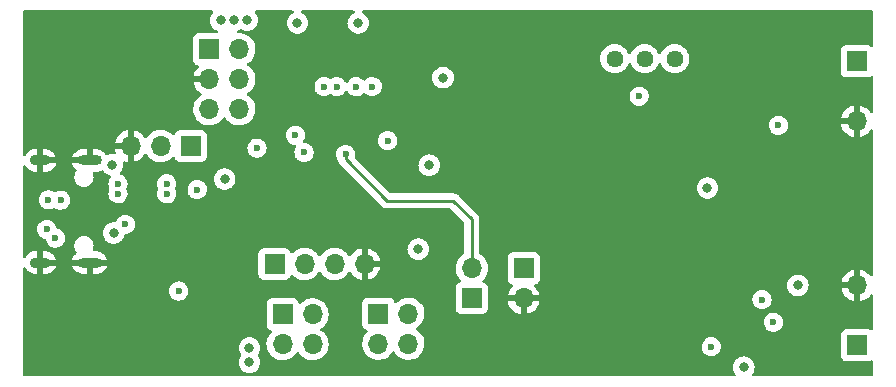
<source format=gbr>
G04 #@! TF.GenerationSoftware,KiCad,Pcbnew,(6.0.0)*
G04 #@! TF.CreationDate,2023-01-21T18:13:15+03:00*
G04 #@! TF.ProjectId,im_converter,696d5f63-6f6e-4766-9572-7465722e6b69,rev?*
G04 #@! TF.SameCoordinates,Original*
G04 #@! TF.FileFunction,Copper,L2,Inr*
G04 #@! TF.FilePolarity,Positive*
%FSLAX46Y46*%
G04 Gerber Fmt 4.6, Leading zero omitted, Abs format (unit mm)*
G04 Created by KiCad (PCBNEW (6.0.0)) date 2023-01-21 18:13:15*
%MOMM*%
%LPD*%
G01*
G04 APERTURE LIST*
G04 #@! TA.AperFunction,ComponentPad*
%ADD10R,1.700000X1.700000*%
G04 #@! TD*
G04 #@! TA.AperFunction,ComponentPad*
%ADD11O,1.700000X1.700000*%
G04 #@! TD*
G04 #@! TA.AperFunction,ComponentPad*
%ADD12O,1.700000X0.900000*%
G04 #@! TD*
G04 #@! TA.AperFunction,ComponentPad*
%ADD13O,2.000000X0.900000*%
G04 #@! TD*
G04 #@! TA.AperFunction,ComponentPad*
%ADD14C,1.440000*%
G04 #@! TD*
G04 #@! TA.AperFunction,ViaPad*
%ADD15C,0.600000*%
G04 #@! TD*
G04 #@! TA.AperFunction,ViaPad*
%ADD16C,0.800000*%
G04 #@! TD*
G04 #@! TA.AperFunction,Conductor*
%ADD17C,0.250000*%
G04 #@! TD*
G04 APERTURE END LIST*
D10*
X130220000Y-136000000D03*
D11*
X127680000Y-136000000D03*
X125140000Y-136000000D03*
D10*
X154020000Y-148870000D03*
D11*
X154020000Y-146330000D03*
D10*
X158410000Y-146350000D03*
D11*
X158410000Y-148890000D03*
D10*
X186620000Y-128820000D03*
D11*
X186620000Y-133900000D03*
D10*
X186670000Y-152870000D03*
D11*
X186670000Y-147790000D03*
D10*
X138000000Y-150240000D03*
D11*
X140540000Y-150240000D03*
X138000000Y-152780000D03*
X140540000Y-152780000D03*
D10*
X146110000Y-150190000D03*
D11*
X148650000Y-150190000D03*
X146110000Y-152730000D03*
X148650000Y-152730000D03*
D10*
X131800000Y-127800000D03*
D11*
X134340000Y-127800000D03*
X131800000Y-130340000D03*
X134340000Y-130340000D03*
X131800000Y-132880000D03*
X134340000Y-132880000D03*
D10*
X137320000Y-145990000D03*
D11*
X139860000Y-145990000D03*
X142400000Y-145990000D03*
X144940000Y-145990000D03*
D12*
X117490000Y-145860000D03*
D13*
X121660000Y-145860000D03*
D12*
X117490000Y-137220000D03*
D13*
X121660000Y-137220000D03*
D14*
X171210000Y-128600000D03*
X168670000Y-128600000D03*
X166130000Y-128600000D03*
D15*
X119380000Y-125730000D03*
D16*
X142560000Y-137990000D03*
X175510000Y-141250000D03*
D15*
X151130000Y-125730000D03*
D16*
X133000000Y-136990000D03*
D15*
X144300000Y-151500000D03*
X144300000Y-152700000D03*
X172720000Y-154940000D03*
X126365000Y-153035000D03*
X185420000Y-154940000D03*
D16*
X173900000Y-137470000D03*
D15*
X118110000Y-151130000D03*
X182880000Y-154940000D03*
X184150000Y-154940000D03*
X172720000Y-151130000D03*
D16*
X174740000Y-129260000D03*
X141170000Y-137990000D03*
D15*
X121920000Y-125730000D03*
X144300000Y-153840000D03*
X126365000Y-151765000D03*
X186690000Y-140970000D03*
X162560000Y-134620000D03*
X152400000Y-127000000D03*
X120650000Y-125730000D03*
X118110000Y-125730000D03*
D16*
X173440000Y-136460000D03*
D15*
X130556000Y-142240000D03*
X135890000Y-139700000D03*
X186690000Y-143510000D03*
X162560000Y-137160000D03*
X186690000Y-139700000D03*
X152400000Y-125730000D03*
X151130000Y-127000000D03*
X186690000Y-154940000D03*
X172720000Y-153670000D03*
X132540000Y-144460000D03*
D16*
X174770000Y-130670000D03*
D15*
X123190000Y-125730000D03*
D16*
X137430000Y-128580000D03*
D15*
X186690000Y-138430000D03*
X186690000Y-142240000D03*
X172720000Y-152400000D03*
X118110000Y-153670000D03*
D16*
X176300000Y-134670000D03*
X144420000Y-127310000D03*
D15*
X118110000Y-152400000D03*
X162560000Y-135890000D03*
D16*
X135200000Y-154300000D03*
X135200000Y-153090000D03*
X177050000Y-154720000D03*
X173970000Y-139550000D03*
X123700000Y-143360000D03*
X181630000Y-147790000D03*
X123590000Y-137580000D03*
D15*
X146910000Y-135530000D03*
X174290000Y-152990000D03*
D16*
X149490000Y-144720000D03*
X135010000Y-125340000D03*
X144410000Y-125580000D03*
X139260000Y-125580000D03*
X132750000Y-125340000D03*
X150420000Y-137620000D03*
X133900000Y-125340000D03*
X151580000Y-130200000D03*
X133100000Y-138790000D03*
D15*
X143340000Y-136710000D03*
X139080000Y-135080000D03*
X145590000Y-130960000D03*
X144230000Y-130980000D03*
X139820000Y-136540000D03*
X142600000Y-130970000D03*
X141520000Y-130960000D03*
X124690000Y-142620000D03*
X129200000Y-148270000D03*
X118177500Y-140557500D03*
X118028768Y-143048768D03*
X124060000Y-139195000D03*
X128190000Y-139195000D03*
X118771232Y-143791232D03*
X124060000Y-140045000D03*
X119215000Y-140570000D03*
X128190000Y-140045000D03*
X135840000Y-136170000D03*
X130770000Y-139680000D03*
X178590000Y-149000000D03*
X168190000Y-131780000D03*
X179980000Y-134240000D03*
X179550000Y-150910000D03*
D17*
X146845736Y-140640000D02*
X152460000Y-140640000D01*
X143340000Y-137134264D02*
X146845736Y-140640000D01*
X154020000Y-142200000D02*
X154020000Y-146330000D01*
X152460000Y-140640000D02*
X154020000Y-142200000D01*
X143340000Y-136710000D02*
X143340000Y-137134264D01*
G04 #@! TA.AperFunction,Conductor*
G36*
X132061751Y-124528002D02*
G01*
X132108244Y-124581658D01*
X132118348Y-124651932D01*
X132087267Y-124718308D01*
X132010960Y-124803056D01*
X131915473Y-124968444D01*
X131856458Y-125150072D01*
X131836496Y-125340000D01*
X131837186Y-125346565D01*
X131842449Y-125396635D01*
X131856458Y-125529928D01*
X131915473Y-125711556D01*
X132010960Y-125876944D01*
X132138747Y-126018866D01*
X132293248Y-126131118D01*
X132299276Y-126133802D01*
X132299278Y-126133803D01*
X132448843Y-126200393D01*
X132502939Y-126246373D01*
X132523588Y-126314300D01*
X132504236Y-126382608D01*
X132451025Y-126429610D01*
X132397594Y-126441500D01*
X130901866Y-126441500D01*
X130839684Y-126448255D01*
X130703295Y-126499385D01*
X130586739Y-126586739D01*
X130499385Y-126703295D01*
X130448255Y-126839684D01*
X130441500Y-126901866D01*
X130441500Y-128698134D01*
X130448255Y-128760316D01*
X130499385Y-128896705D01*
X130586739Y-129013261D01*
X130703295Y-129100615D01*
X130711704Y-129103767D01*
X130711705Y-129103768D01*
X130820960Y-129144726D01*
X130877725Y-129187367D01*
X130902425Y-129253929D01*
X130887218Y-129323278D01*
X130867825Y-129349759D01*
X130744590Y-129478717D01*
X130738104Y-129486727D01*
X130618098Y-129662649D01*
X130613000Y-129671623D01*
X130523338Y-129864783D01*
X130519775Y-129874470D01*
X130464389Y-130074183D01*
X130465912Y-130082607D01*
X130478292Y-130086000D01*
X131928000Y-130086000D01*
X131996121Y-130106002D01*
X132042614Y-130159658D01*
X132054000Y-130212000D01*
X132054000Y-130468000D01*
X132033998Y-130536121D01*
X131980342Y-130582614D01*
X131928000Y-130594000D01*
X130483225Y-130594000D01*
X130469694Y-130597973D01*
X130468257Y-130607966D01*
X130498565Y-130742446D01*
X130501645Y-130752275D01*
X130581770Y-130949603D01*
X130586413Y-130958794D01*
X130697694Y-131140388D01*
X130703777Y-131148699D01*
X130843213Y-131309667D01*
X130850580Y-131316883D01*
X131014434Y-131452916D01*
X131022881Y-131458831D01*
X131091969Y-131499203D01*
X131140693Y-131550842D01*
X131153764Y-131620625D01*
X131127033Y-131686396D01*
X131086584Y-131719752D01*
X131073607Y-131726507D01*
X131069474Y-131729610D01*
X131069471Y-131729612D01*
X130966881Y-131806639D01*
X130894965Y-131860635D01*
X130740629Y-132022138D01*
X130737720Y-132026403D01*
X130737714Y-132026411D01*
X130673004Y-132121273D01*
X130614743Y-132206680D01*
X130520688Y-132409305D01*
X130460989Y-132624570D01*
X130437251Y-132846695D01*
X130437548Y-132851848D01*
X130437548Y-132851851D01*
X130443011Y-132946590D01*
X130450110Y-133069715D01*
X130451247Y-133074761D01*
X130451248Y-133074767D01*
X130470890Y-133161924D01*
X130499222Y-133287639D01*
X130583266Y-133494616D01*
X130634019Y-133577438D01*
X130697291Y-133680688D01*
X130699987Y-133685088D01*
X130846250Y-133853938D01*
X131018126Y-133996632D01*
X131211000Y-134109338D01*
X131419692Y-134189030D01*
X131424760Y-134190061D01*
X131424763Y-134190062D01*
X131532017Y-134211883D01*
X131638597Y-134233567D01*
X131643772Y-134233757D01*
X131643774Y-134233757D01*
X131856673Y-134241564D01*
X131856677Y-134241564D01*
X131861837Y-134241753D01*
X131866957Y-134241097D01*
X131866959Y-134241097D01*
X132078288Y-134214025D01*
X132078289Y-134214025D01*
X132083416Y-134213368D01*
X132088366Y-134211883D01*
X132292429Y-134150661D01*
X132292434Y-134150659D01*
X132297384Y-134149174D01*
X132497994Y-134050896D01*
X132679860Y-133921173D01*
X132718700Y-133882469D01*
X132834435Y-133767137D01*
X132838096Y-133763489D01*
X132858838Y-133734624D01*
X132968453Y-133582077D01*
X132969776Y-133583028D01*
X133016645Y-133539857D01*
X133086580Y-133527625D01*
X133152026Y-133555144D01*
X133179875Y-133586994D01*
X133239987Y-133685088D01*
X133386250Y-133853938D01*
X133558126Y-133996632D01*
X133751000Y-134109338D01*
X133959692Y-134189030D01*
X133964760Y-134190061D01*
X133964763Y-134190062D01*
X134072017Y-134211883D01*
X134178597Y-134233567D01*
X134183772Y-134233757D01*
X134183774Y-134233757D01*
X134396673Y-134241564D01*
X134396677Y-134241564D01*
X134401837Y-134241753D01*
X134406957Y-134241097D01*
X134406959Y-134241097D01*
X134504201Y-134228640D01*
X179166463Y-134228640D01*
X179184163Y-134409160D01*
X179241418Y-134581273D01*
X179245065Y-134587295D01*
X179245066Y-134587297D01*
X179330550Y-134728448D01*
X179335380Y-134736424D01*
X179340269Y-134741487D01*
X179340270Y-134741488D01*
X179383969Y-134786739D01*
X179461382Y-134866902D01*
X179613159Y-134966222D01*
X179619763Y-134968678D01*
X179619765Y-134968679D01*
X179776558Y-135026990D01*
X179776560Y-135026990D01*
X179783168Y-135029448D01*
X179859882Y-135039684D01*
X179955980Y-135052507D01*
X179955984Y-135052507D01*
X179962961Y-135053438D01*
X179969972Y-135052800D01*
X179969976Y-135052800D01*
X180114087Y-135039684D01*
X180143600Y-135036998D01*
X180150302Y-135034820D01*
X180150304Y-135034820D01*
X180309409Y-134983124D01*
X180309412Y-134983123D01*
X180316108Y-134980947D01*
X180432266Y-134911703D01*
X180465860Y-134891677D01*
X180465862Y-134891676D01*
X180471912Y-134888069D01*
X180603266Y-134762982D01*
X180703643Y-134611902D01*
X180768055Y-134442338D01*
X180769063Y-134435166D01*
X180792748Y-134266639D01*
X180792748Y-134266636D01*
X180793299Y-134262717D01*
X180793616Y-134240000D01*
X180785536Y-134167966D01*
X185288257Y-134167966D01*
X185318565Y-134302446D01*
X185321645Y-134312275D01*
X185401770Y-134509603D01*
X185406413Y-134518794D01*
X185517694Y-134700388D01*
X185523777Y-134708699D01*
X185663213Y-134869667D01*
X185670580Y-134876883D01*
X185834434Y-135012916D01*
X185842881Y-135018831D01*
X186026756Y-135126279D01*
X186036042Y-135130729D01*
X186235001Y-135206703D01*
X186244899Y-135209579D01*
X186348250Y-135230606D01*
X186362299Y-135229410D01*
X186366000Y-135219065D01*
X186366000Y-134172115D01*
X186361525Y-134156876D01*
X186360135Y-134155671D01*
X186352452Y-134154000D01*
X185303225Y-134154000D01*
X185289694Y-134157973D01*
X185288257Y-134167966D01*
X180785536Y-134167966D01*
X180773397Y-134059745D01*
X180771080Y-134053091D01*
X180716064Y-133895106D01*
X180716062Y-133895103D01*
X180713745Y-133888448D01*
X180617626Y-133734624D01*
X180603941Y-133720843D01*
X180517884Y-133634183D01*
X185284389Y-133634183D01*
X185285912Y-133642607D01*
X185298292Y-133646000D01*
X186347885Y-133646000D01*
X186363124Y-133641525D01*
X186364329Y-133640135D01*
X186366000Y-133632452D01*
X186366000Y-132583102D01*
X186362082Y-132569758D01*
X186347806Y-132567771D01*
X186309324Y-132573660D01*
X186299288Y-132576051D01*
X186096868Y-132642212D01*
X186087359Y-132646209D01*
X185898463Y-132744542D01*
X185889738Y-132750036D01*
X185719433Y-132877905D01*
X185711726Y-132884748D01*
X185564590Y-133038717D01*
X185558104Y-133046727D01*
X185438098Y-133222649D01*
X185433000Y-133231623D01*
X185343338Y-133424783D01*
X185339775Y-133434470D01*
X185284389Y-133634183D01*
X180517884Y-133634183D01*
X180494778Y-133610915D01*
X180494774Y-133610912D01*
X180489815Y-133605918D01*
X180478697Y-133598862D01*
X180385719Y-133539857D01*
X180336666Y-133508727D01*
X180283594Y-133489829D01*
X180172425Y-133450243D01*
X180172420Y-133450242D01*
X180165790Y-133447881D01*
X180158802Y-133447048D01*
X180158799Y-133447047D01*
X180035698Y-133432368D01*
X179985680Y-133426404D01*
X179978677Y-133427140D01*
X179978676Y-133427140D01*
X179812288Y-133444628D01*
X179812286Y-133444629D01*
X179805288Y-133445364D01*
X179633579Y-133503818D01*
X179574999Y-133539857D01*
X179485095Y-133595166D01*
X179485092Y-133595168D01*
X179479088Y-133598862D01*
X179474053Y-133603793D01*
X179474050Y-133603795D01*
X179444787Y-133632452D01*
X179349493Y-133725771D01*
X179251235Y-133878238D01*
X179248826Y-133884858D01*
X179248824Y-133884861D01*
X179209346Y-133993327D01*
X179189197Y-134048685D01*
X179166463Y-134228640D01*
X134504201Y-134228640D01*
X134618288Y-134214025D01*
X134618289Y-134214025D01*
X134623416Y-134213368D01*
X134628366Y-134211883D01*
X134832429Y-134150661D01*
X134832434Y-134150659D01*
X134837384Y-134149174D01*
X135037994Y-134050896D01*
X135219860Y-133921173D01*
X135258700Y-133882469D01*
X135374435Y-133767137D01*
X135378096Y-133763489D01*
X135398838Y-133734624D01*
X135505435Y-133586277D01*
X135508453Y-133582077D01*
X135529320Y-133539857D01*
X135605136Y-133386453D01*
X135605137Y-133386451D01*
X135607430Y-133381811D01*
X135655787Y-133222649D01*
X135670865Y-133173023D01*
X135670865Y-133173021D01*
X135672370Y-133168069D01*
X135701529Y-132946590D01*
X135701611Y-132943240D01*
X135703074Y-132883365D01*
X135703074Y-132883361D01*
X135703156Y-132880000D01*
X135684852Y-132657361D01*
X135630431Y-132440702D01*
X135541354Y-132235840D01*
X135420014Y-132048277D01*
X135269670Y-131883051D01*
X135265619Y-131879852D01*
X135265615Y-131879848D01*
X135098414Y-131747800D01*
X135098410Y-131747798D01*
X135094359Y-131744598D01*
X135053053Y-131721796D01*
X135003084Y-131671364D01*
X134988312Y-131601921D01*
X135013428Y-131535516D01*
X135040780Y-131508909D01*
X135107262Y-131461488D01*
X135219860Y-131381173D01*
X135235756Y-131365333D01*
X135374435Y-131227137D01*
X135378096Y-131223489D01*
X135430246Y-131150915D01*
X135505435Y-131046277D01*
X135508453Y-131042077D01*
X135521995Y-131014678D01*
X135554633Y-130948640D01*
X140706463Y-130948640D01*
X140724163Y-131129160D01*
X140781418Y-131301273D01*
X140785065Y-131307295D01*
X140785066Y-131307297D01*
X140829807Y-131381173D01*
X140875380Y-131456424D01*
X140880269Y-131461487D01*
X140880270Y-131461488D01*
X140939570Y-131522894D01*
X141001382Y-131586902D01*
X141049010Y-131618069D01*
X141130454Y-131671364D01*
X141153159Y-131686222D01*
X141159763Y-131688678D01*
X141159765Y-131688679D01*
X141316558Y-131746990D01*
X141316560Y-131746990D01*
X141323168Y-131749448D01*
X141398113Y-131759448D01*
X141495980Y-131772507D01*
X141495984Y-131772507D01*
X141502961Y-131773438D01*
X141509972Y-131772800D01*
X141509976Y-131772800D01*
X141656680Y-131759448D01*
X141683600Y-131756998D01*
X141690302Y-131754820D01*
X141690304Y-131754820D01*
X141849409Y-131703124D01*
X141849412Y-131703123D01*
X141856108Y-131700947D01*
X141989569Y-131621388D01*
X142058321Y-131603689D01*
X142123076Y-131624186D01*
X142233159Y-131696222D01*
X142239763Y-131698678D01*
X142239765Y-131698679D01*
X142396558Y-131756990D01*
X142396560Y-131756990D01*
X142403168Y-131759448D01*
X142478113Y-131769448D01*
X142575980Y-131782507D01*
X142575984Y-131782507D01*
X142582961Y-131783438D01*
X142589972Y-131782800D01*
X142589976Y-131782800D01*
X142745558Y-131768640D01*
X142763600Y-131766998D01*
X142770302Y-131764820D01*
X142770304Y-131764820D01*
X142929409Y-131713124D01*
X142929412Y-131713123D01*
X142936108Y-131710947D01*
X143032513Y-131653478D01*
X143085860Y-131621677D01*
X143085862Y-131621676D01*
X143091912Y-131618069D01*
X143223266Y-131492982D01*
X143238269Y-131470401D01*
X143308076Y-131365333D01*
X143362434Y-131319662D01*
X143432853Y-131310630D01*
X143496977Y-131341103D01*
X143520800Y-131369789D01*
X143576335Y-131461488D01*
X143585380Y-131476424D01*
X143590269Y-131481487D01*
X143590270Y-131481488D01*
X143630256Y-131522894D01*
X143711382Y-131606902D01*
X143787270Y-131656562D01*
X143841982Y-131692364D01*
X143863159Y-131706222D01*
X143869763Y-131708678D01*
X143869765Y-131708679D01*
X144026558Y-131766990D01*
X144026560Y-131766990D01*
X144033168Y-131769448D01*
X144112250Y-131780000D01*
X144205980Y-131792507D01*
X144205984Y-131792507D01*
X144212961Y-131793438D01*
X144219972Y-131792800D01*
X144219976Y-131792800D01*
X144362459Y-131779832D01*
X144393600Y-131776998D01*
X144400302Y-131774820D01*
X144400304Y-131774820D01*
X144559409Y-131723124D01*
X144559412Y-131723123D01*
X144566108Y-131720947D01*
X144662513Y-131663478D01*
X144715860Y-131631677D01*
X144715862Y-131631676D01*
X144721912Y-131628069D01*
X144819102Y-131535516D01*
X144834063Y-131521269D01*
X144897188Y-131488777D01*
X144967859Y-131495570D01*
X145011592Y-131524988D01*
X145071382Y-131586902D01*
X145119010Y-131618069D01*
X145200454Y-131671364D01*
X145223159Y-131686222D01*
X145229763Y-131688678D01*
X145229765Y-131688679D01*
X145386558Y-131746990D01*
X145386560Y-131746990D01*
X145393168Y-131749448D01*
X145468113Y-131759448D01*
X145565980Y-131772507D01*
X145565984Y-131772507D01*
X145572961Y-131773438D01*
X145579972Y-131772800D01*
X145579976Y-131772800D01*
X145625684Y-131768640D01*
X167376463Y-131768640D01*
X167394163Y-131949160D01*
X167451418Y-132121273D01*
X167455065Y-132127295D01*
X167455066Y-132127297D01*
X167520802Y-132235840D01*
X167545380Y-132276424D01*
X167671382Y-132406902D01*
X167823159Y-132506222D01*
X167829763Y-132508678D01*
X167829765Y-132508679D01*
X167986558Y-132566990D01*
X167986560Y-132566990D01*
X167993168Y-132569448D01*
X168076995Y-132580633D01*
X168165980Y-132592507D01*
X168165984Y-132592507D01*
X168172961Y-132593438D01*
X168179972Y-132592800D01*
X168179976Y-132592800D01*
X168322459Y-132579832D01*
X168353600Y-132576998D01*
X168360302Y-132574820D01*
X168360304Y-132574820D01*
X168519409Y-132523124D01*
X168519412Y-132523123D01*
X168526108Y-132520947D01*
X168681912Y-132428069D01*
X168813266Y-132302982D01*
X168913643Y-132151902D01*
X168978055Y-131982338D01*
X168979035Y-131975366D01*
X169002748Y-131806639D01*
X169002748Y-131806636D01*
X169003299Y-131802717D01*
X169003616Y-131780000D01*
X168983397Y-131599745D01*
X168980268Y-131590760D01*
X168926064Y-131435106D01*
X168926062Y-131435103D01*
X168923745Y-131428448D01*
X168827626Y-131274624D01*
X168813941Y-131260843D01*
X168704778Y-131150915D01*
X168704774Y-131150912D01*
X168699815Y-131145918D01*
X168691102Y-131140388D01*
X168638692Y-131107128D01*
X168546666Y-131048727D01*
X168514963Y-131037438D01*
X168382425Y-130990243D01*
X168382420Y-130990242D01*
X168375790Y-130987881D01*
X168368802Y-130987048D01*
X168368799Y-130987047D01*
X168245698Y-130972368D01*
X168195680Y-130966404D01*
X168188677Y-130967140D01*
X168188676Y-130967140D01*
X168022288Y-130984628D01*
X168022286Y-130984629D01*
X168015288Y-130985364D01*
X167843579Y-131043818D01*
X167837575Y-131047512D01*
X167695095Y-131135166D01*
X167695092Y-131135168D01*
X167689088Y-131138862D01*
X167684053Y-131143793D01*
X167684050Y-131143795D01*
X167564525Y-131260843D01*
X167559493Y-131265771D01*
X167461235Y-131418238D01*
X167458826Y-131424858D01*
X167458824Y-131424861D01*
X167401606Y-131582066D01*
X167399197Y-131588685D01*
X167376463Y-131768640D01*
X145625684Y-131768640D01*
X145726680Y-131759448D01*
X145753600Y-131756998D01*
X145760302Y-131754820D01*
X145760304Y-131754820D01*
X145919409Y-131703124D01*
X145919412Y-131703123D01*
X145926108Y-131700947D01*
X146056511Y-131623211D01*
X146075860Y-131611677D01*
X146075862Y-131611676D01*
X146081912Y-131608069D01*
X146213266Y-131482982D01*
X146313643Y-131331902D01*
X146356544Y-131218965D01*
X146375555Y-131168920D01*
X146375556Y-131168918D01*
X146378055Y-131162338D01*
X146379035Y-131155366D01*
X146402748Y-130986639D01*
X146402748Y-130986636D01*
X146403299Y-130982717D01*
X146403452Y-130971738D01*
X146403561Y-130963962D01*
X146403561Y-130963957D01*
X146403616Y-130960000D01*
X146383397Y-130779745D01*
X146381080Y-130773091D01*
X146326064Y-130615106D01*
X146326062Y-130615103D01*
X146323745Y-130608448D01*
X146296765Y-130565271D01*
X146231359Y-130460598D01*
X146227626Y-130454624D01*
X146213941Y-130440843D01*
X146104778Y-130330915D01*
X146104774Y-130330912D01*
X146099815Y-130325918D01*
X146088697Y-130318862D01*
X146040538Y-130288300D01*
X145946666Y-130228727D01*
X145884428Y-130206565D01*
X145865992Y-130200000D01*
X150666496Y-130200000D01*
X150667186Y-130206565D01*
X150682358Y-130350915D01*
X150686458Y-130389928D01*
X150745473Y-130571556D01*
X150748776Y-130577278D01*
X150748777Y-130577279D01*
X150758431Y-130594000D01*
X150840960Y-130736944D01*
X150845378Y-130741851D01*
X150845379Y-130741852D01*
X150939562Y-130846453D01*
X150968747Y-130878866D01*
X151055156Y-130941646D01*
X151117780Y-130987145D01*
X151123248Y-130991118D01*
X151129276Y-130993802D01*
X151129278Y-130993803D01*
X151261128Y-131052506D01*
X151297712Y-131068794D01*
X151391112Y-131088647D01*
X151478056Y-131107128D01*
X151478061Y-131107128D01*
X151484513Y-131108500D01*
X151675487Y-131108500D01*
X151681939Y-131107128D01*
X151681944Y-131107128D01*
X151768888Y-131088647D01*
X151862288Y-131068794D01*
X151898872Y-131052506D01*
X152030722Y-130993803D01*
X152030724Y-130993802D01*
X152036752Y-130991118D01*
X152042221Y-130987145D01*
X152104844Y-130941646D01*
X152191253Y-130878866D01*
X152220438Y-130846453D01*
X152314621Y-130741852D01*
X152314622Y-130741851D01*
X152319040Y-130736944D01*
X152401569Y-130594000D01*
X152411223Y-130577279D01*
X152411224Y-130577278D01*
X152414527Y-130571556D01*
X152473542Y-130389928D01*
X152477643Y-130350915D01*
X152492814Y-130206565D01*
X152493504Y-130200000D01*
X152473542Y-130010072D01*
X152414527Y-129828444D01*
X152319040Y-129663056D01*
X152191253Y-129521134D01*
X152036752Y-129408882D01*
X152030724Y-129406198D01*
X152030722Y-129406197D01*
X151868319Y-129333891D01*
X151868318Y-129333891D01*
X151862288Y-129331206D01*
X151768888Y-129311353D01*
X151681944Y-129292872D01*
X151681939Y-129292872D01*
X151675487Y-129291500D01*
X151484513Y-129291500D01*
X151478061Y-129292872D01*
X151478056Y-129292872D01*
X151391112Y-129311353D01*
X151297712Y-129331206D01*
X151291682Y-129333891D01*
X151291681Y-129333891D01*
X151129278Y-129406197D01*
X151129276Y-129406198D01*
X151123248Y-129408882D01*
X150968747Y-129521134D01*
X150840960Y-129663056D01*
X150745473Y-129828444D01*
X150686458Y-130010072D01*
X150666496Y-130200000D01*
X145865992Y-130200000D01*
X145782425Y-130170243D01*
X145782420Y-130170242D01*
X145775790Y-130167881D01*
X145768802Y-130167048D01*
X145768799Y-130167047D01*
X145645698Y-130152368D01*
X145595680Y-130146404D01*
X145588677Y-130147140D01*
X145588676Y-130147140D01*
X145422288Y-130164628D01*
X145422286Y-130164629D01*
X145415288Y-130165364D01*
X145243579Y-130223818D01*
X145205065Y-130247512D01*
X145095095Y-130315166D01*
X145095092Y-130315168D01*
X145089088Y-130318862D01*
X145084053Y-130323793D01*
X145084050Y-130323795D01*
X145045238Y-130361803D01*
X144987789Y-130418062D01*
X144925125Y-130451432D01*
X144854366Y-130445626D01*
X144810226Y-130416822D01*
X144744778Y-130350915D01*
X144744774Y-130350912D01*
X144739815Y-130345918D01*
X144728697Y-130338862D01*
X144678009Y-130306695D01*
X144586666Y-130248727D01*
X144538419Y-130231547D01*
X144422425Y-130190243D01*
X144422420Y-130190242D01*
X144415790Y-130187881D01*
X144408802Y-130187048D01*
X144408799Y-130187047D01*
X144285698Y-130172368D01*
X144235680Y-130166404D01*
X144228677Y-130167140D01*
X144228676Y-130167140D01*
X144062288Y-130184628D01*
X144062286Y-130184629D01*
X144055288Y-130185364D01*
X143883579Y-130243818D01*
X143877575Y-130247512D01*
X143735095Y-130335166D01*
X143735092Y-130335168D01*
X143729088Y-130338862D01*
X143724053Y-130343793D01*
X143724050Y-130343795D01*
X143614135Y-130451432D01*
X143599493Y-130465771D01*
X143523683Y-130583406D01*
X143469970Y-130629829D01*
X143399683Y-130639844D01*
X143335140Y-130610269D01*
X143310919Y-130581919D01*
X143304444Y-130571556D01*
X143237626Y-130464624D01*
X143224526Y-130451432D01*
X143114778Y-130340915D01*
X143114774Y-130340912D01*
X143109815Y-130335918D01*
X143098697Y-130328862D01*
X142978378Y-130252506D01*
X142956666Y-130238727D01*
X142881608Y-130212000D01*
X142792425Y-130180243D01*
X142792420Y-130180242D01*
X142785790Y-130177881D01*
X142778802Y-130177048D01*
X142778799Y-130177047D01*
X142655698Y-130162368D01*
X142605680Y-130156404D01*
X142598677Y-130157140D01*
X142598676Y-130157140D01*
X142432288Y-130174628D01*
X142432286Y-130174629D01*
X142425288Y-130175364D01*
X142253579Y-130233818D01*
X142133326Y-130307799D01*
X142064827Y-130326456D01*
X141999792Y-130306865D01*
X141999524Y-130306695D01*
X141876666Y-130228727D01*
X141814428Y-130206565D01*
X141712425Y-130170243D01*
X141712420Y-130170242D01*
X141705790Y-130167881D01*
X141698802Y-130167048D01*
X141698799Y-130167047D01*
X141575698Y-130152368D01*
X141525680Y-130146404D01*
X141518677Y-130147140D01*
X141518676Y-130147140D01*
X141352288Y-130164628D01*
X141352286Y-130164629D01*
X141345288Y-130165364D01*
X141173579Y-130223818D01*
X141135065Y-130247512D01*
X141025095Y-130315166D01*
X141025092Y-130315168D01*
X141019088Y-130318862D01*
X141014053Y-130323793D01*
X141014050Y-130323795D01*
X140917789Y-130418061D01*
X140889493Y-130445771D01*
X140791235Y-130598238D01*
X140788826Y-130604858D01*
X140788824Y-130604861D01*
X140742831Y-130731226D01*
X140729197Y-130768685D01*
X140706463Y-130948640D01*
X135554633Y-130948640D01*
X135605136Y-130846453D01*
X135605137Y-130846451D01*
X135607430Y-130841811D01*
X135641028Y-130731226D01*
X135670865Y-130633023D01*
X135670865Y-130633021D01*
X135672370Y-130628069D01*
X135701529Y-130406590D01*
X135701936Y-130389928D01*
X135703074Y-130343365D01*
X135703074Y-130343361D01*
X135703156Y-130340000D01*
X135684852Y-130117361D01*
X135630431Y-129900702D01*
X135541354Y-129695840D01*
X135501906Y-129634862D01*
X135422822Y-129512617D01*
X135422820Y-129512614D01*
X135420014Y-129508277D01*
X135269670Y-129343051D01*
X135265619Y-129339852D01*
X135265615Y-129339848D01*
X135098414Y-129207800D01*
X135098410Y-129207798D01*
X135094359Y-129204598D01*
X135053053Y-129181796D01*
X135003084Y-129131364D01*
X134988312Y-129061921D01*
X135013428Y-128995516D01*
X135040780Y-128968909D01*
X135084603Y-128937650D01*
X135219860Y-128841173D01*
X135378096Y-128683489D01*
X135434155Y-128605475D01*
X135438089Y-128600000D01*
X164896807Y-128600000D01*
X164915542Y-128814142D01*
X164916966Y-128819455D01*
X164916966Y-128819457D01*
X164958924Y-128976043D01*
X164971178Y-129021777D01*
X164973500Y-129026757D01*
X164973501Y-129026759D01*
X165044972Y-129180027D01*
X165062024Y-129216596D01*
X165185319Y-129392681D01*
X165337319Y-129544681D01*
X165513403Y-129667976D01*
X165518381Y-129670297D01*
X165518384Y-129670299D01*
X165613639Y-129714717D01*
X165708223Y-129758822D01*
X165713531Y-129760244D01*
X165713533Y-129760245D01*
X165910543Y-129813034D01*
X165910545Y-129813034D01*
X165915858Y-129814458D01*
X166130000Y-129833193D01*
X166344142Y-129814458D01*
X166349455Y-129813034D01*
X166349457Y-129813034D01*
X166546467Y-129760245D01*
X166546469Y-129760244D01*
X166551777Y-129758822D01*
X166646361Y-129714717D01*
X166741616Y-129670299D01*
X166741619Y-129670297D01*
X166746597Y-129667976D01*
X166922681Y-129544681D01*
X167074681Y-129392681D01*
X167197976Y-129216596D01*
X167215029Y-129180027D01*
X167285805Y-129028247D01*
X167332723Y-128974962D01*
X167401000Y-128955501D01*
X167468960Y-128976043D01*
X167514195Y-129028247D01*
X167584972Y-129180027D01*
X167602024Y-129216596D01*
X167725319Y-129392681D01*
X167877319Y-129544681D01*
X168053403Y-129667976D01*
X168058381Y-129670297D01*
X168058384Y-129670299D01*
X168153639Y-129714717D01*
X168248223Y-129758822D01*
X168253531Y-129760244D01*
X168253533Y-129760245D01*
X168450543Y-129813034D01*
X168450545Y-129813034D01*
X168455858Y-129814458D01*
X168670000Y-129833193D01*
X168884142Y-129814458D01*
X168889455Y-129813034D01*
X168889457Y-129813034D01*
X169086467Y-129760245D01*
X169086469Y-129760244D01*
X169091777Y-129758822D01*
X169186361Y-129714717D01*
X169281616Y-129670299D01*
X169281619Y-129670297D01*
X169286597Y-129667976D01*
X169462681Y-129544681D01*
X169614681Y-129392681D01*
X169737976Y-129216596D01*
X169755029Y-129180027D01*
X169825805Y-129028247D01*
X169872723Y-128974962D01*
X169941000Y-128955501D01*
X170008960Y-128976043D01*
X170054195Y-129028247D01*
X170124972Y-129180027D01*
X170142024Y-129216596D01*
X170265319Y-129392681D01*
X170417319Y-129544681D01*
X170593403Y-129667976D01*
X170598381Y-129670297D01*
X170598384Y-129670299D01*
X170693639Y-129714717D01*
X170788223Y-129758822D01*
X170793531Y-129760244D01*
X170793533Y-129760245D01*
X170990543Y-129813034D01*
X170990545Y-129813034D01*
X170995858Y-129814458D01*
X171210000Y-129833193D01*
X171424142Y-129814458D01*
X171429455Y-129813034D01*
X171429457Y-129813034D01*
X171626467Y-129760245D01*
X171626469Y-129760244D01*
X171631777Y-129758822D01*
X171726361Y-129714717D01*
X171821616Y-129670299D01*
X171821619Y-129670297D01*
X171826597Y-129667976D01*
X172002681Y-129544681D01*
X172154681Y-129392681D01*
X172277976Y-129216596D01*
X172295029Y-129180027D01*
X172366499Y-129026759D01*
X172366500Y-129026757D01*
X172368822Y-129021777D01*
X172381077Y-128976043D01*
X172423034Y-128819457D01*
X172423034Y-128819455D01*
X172424458Y-128814142D01*
X172443193Y-128600000D01*
X172424458Y-128385858D01*
X172423034Y-128380543D01*
X172370245Y-128183533D01*
X172370244Y-128183531D01*
X172368822Y-128178223D01*
X172365805Y-128171753D01*
X172280299Y-127988385D01*
X172280297Y-127988382D01*
X172277976Y-127983404D01*
X172154681Y-127807319D01*
X172002681Y-127655319D01*
X171826597Y-127532024D01*
X171821619Y-127529703D01*
X171821616Y-127529701D01*
X171636759Y-127443501D01*
X171636758Y-127443500D01*
X171631777Y-127441178D01*
X171626469Y-127439756D01*
X171626467Y-127439755D01*
X171429457Y-127386966D01*
X171429455Y-127386966D01*
X171424142Y-127385542D01*
X171210000Y-127366807D01*
X170995858Y-127385542D01*
X170990545Y-127386966D01*
X170990543Y-127386966D01*
X170793533Y-127439755D01*
X170793531Y-127439756D01*
X170788223Y-127441178D01*
X170783243Y-127443500D01*
X170783241Y-127443501D01*
X170598385Y-127529701D01*
X170598382Y-127529703D01*
X170593404Y-127532024D01*
X170417319Y-127655319D01*
X170265319Y-127807319D01*
X170142024Y-127983404D01*
X170139703Y-127988382D01*
X170139701Y-127988385D01*
X170054195Y-128171753D01*
X170007277Y-128225038D01*
X169939000Y-128244499D01*
X169871040Y-128223957D01*
X169825805Y-128171753D01*
X169740299Y-127988385D01*
X169740297Y-127988382D01*
X169737976Y-127983404D01*
X169614681Y-127807319D01*
X169462681Y-127655319D01*
X169286597Y-127532024D01*
X169281619Y-127529703D01*
X169281616Y-127529701D01*
X169096759Y-127443501D01*
X169096758Y-127443500D01*
X169091777Y-127441178D01*
X169086469Y-127439756D01*
X169086467Y-127439755D01*
X168889457Y-127386966D01*
X168889455Y-127386966D01*
X168884142Y-127385542D01*
X168670000Y-127366807D01*
X168455858Y-127385542D01*
X168450545Y-127386966D01*
X168450543Y-127386966D01*
X168253533Y-127439755D01*
X168253531Y-127439756D01*
X168248223Y-127441178D01*
X168243243Y-127443500D01*
X168243241Y-127443501D01*
X168058385Y-127529701D01*
X168058382Y-127529703D01*
X168053404Y-127532024D01*
X167877319Y-127655319D01*
X167725319Y-127807319D01*
X167602024Y-127983404D01*
X167599703Y-127988382D01*
X167599701Y-127988385D01*
X167514195Y-128171753D01*
X167467277Y-128225038D01*
X167399000Y-128244499D01*
X167331040Y-128223957D01*
X167285805Y-128171753D01*
X167200299Y-127988385D01*
X167200297Y-127988382D01*
X167197976Y-127983404D01*
X167074681Y-127807319D01*
X166922681Y-127655319D01*
X166746597Y-127532024D01*
X166741619Y-127529703D01*
X166741616Y-127529701D01*
X166556759Y-127443501D01*
X166556758Y-127443500D01*
X166551777Y-127441178D01*
X166546469Y-127439756D01*
X166546467Y-127439755D01*
X166349457Y-127386966D01*
X166349455Y-127386966D01*
X166344142Y-127385542D01*
X166130000Y-127366807D01*
X165915858Y-127385542D01*
X165910545Y-127386966D01*
X165910543Y-127386966D01*
X165713533Y-127439755D01*
X165713531Y-127439756D01*
X165708223Y-127441178D01*
X165703243Y-127443500D01*
X165703241Y-127443501D01*
X165518385Y-127529701D01*
X165518382Y-127529703D01*
X165513404Y-127532024D01*
X165337319Y-127655319D01*
X165185319Y-127807319D01*
X165062024Y-127983404D01*
X165059703Y-127988382D01*
X165059701Y-127988385D01*
X164974195Y-128171753D01*
X164971178Y-128178223D01*
X164969756Y-128183531D01*
X164969755Y-128183533D01*
X164916966Y-128380543D01*
X164915542Y-128385858D01*
X164896807Y-128600000D01*
X135438089Y-128600000D01*
X135505435Y-128506277D01*
X135508453Y-128502077D01*
X135563184Y-128391338D01*
X135605136Y-128306453D01*
X135605137Y-128306451D01*
X135607430Y-128301811D01*
X135672370Y-128088069D01*
X135701529Y-127866590D01*
X135702977Y-127807319D01*
X135703074Y-127803365D01*
X135703074Y-127803361D01*
X135703156Y-127800000D01*
X135684852Y-127577361D01*
X135630431Y-127360702D01*
X135541354Y-127155840D01*
X135420014Y-126968277D01*
X135269670Y-126803051D01*
X135265619Y-126799852D01*
X135265615Y-126799848D01*
X135098414Y-126667800D01*
X135098410Y-126667798D01*
X135094359Y-126664598D01*
X134898789Y-126556638D01*
X134893920Y-126554914D01*
X134893916Y-126554912D01*
X134693087Y-126483795D01*
X134693083Y-126483794D01*
X134688212Y-126482069D01*
X134683119Y-126481162D01*
X134683116Y-126481161D01*
X134473373Y-126443800D01*
X134473367Y-126443799D01*
X134468284Y-126442894D01*
X134406259Y-126442136D01*
X134253607Y-126440271D01*
X134185735Y-126419438D01*
X134139901Y-126365218D01*
X134130657Y-126294826D01*
X134160937Y-126230610D01*
X134203897Y-126199173D01*
X134350722Y-126133803D01*
X134350724Y-126133802D01*
X134356752Y-126131118D01*
X134369506Y-126121852D01*
X134380939Y-126113545D01*
X134447806Y-126089687D01*
X134516958Y-126105767D01*
X134529061Y-126113545D01*
X134540495Y-126121852D01*
X134553248Y-126131118D01*
X134559276Y-126133802D01*
X134559278Y-126133803D01*
X134708843Y-126200393D01*
X134727712Y-126208794D01*
X134821113Y-126228647D01*
X134908056Y-126247128D01*
X134908061Y-126247128D01*
X134914513Y-126248500D01*
X135105487Y-126248500D01*
X135111939Y-126247128D01*
X135111944Y-126247128D01*
X135198887Y-126228647D01*
X135292288Y-126208794D01*
X135311157Y-126200393D01*
X135460722Y-126133803D01*
X135460724Y-126133802D01*
X135466752Y-126131118D01*
X135621253Y-126018866D01*
X135749040Y-125876944D01*
X135844527Y-125711556D01*
X135903542Y-125529928D01*
X135917552Y-125396635D01*
X135922814Y-125346565D01*
X135923504Y-125340000D01*
X135903542Y-125150072D01*
X135844527Y-124968444D01*
X135749040Y-124803056D01*
X135672732Y-124718308D01*
X135642017Y-124654303D01*
X135650780Y-124583850D01*
X135696243Y-124529318D01*
X135766370Y-124508000D01*
X138841336Y-124508000D01*
X138909457Y-124528002D01*
X138955950Y-124581658D01*
X138966054Y-124651932D01*
X138936560Y-124716512D01*
X138892584Y-124749107D01*
X138809281Y-124786195D01*
X138809274Y-124786199D01*
X138803248Y-124788882D01*
X138797907Y-124792762D01*
X138797906Y-124792763D01*
X138783739Y-124803056D01*
X138648747Y-124901134D01*
X138520960Y-125043056D01*
X138425473Y-125208444D01*
X138366458Y-125390072D01*
X138365768Y-125396633D01*
X138365768Y-125396635D01*
X138351759Y-125529928D01*
X138346496Y-125580000D01*
X138366458Y-125769928D01*
X138425473Y-125951556D01*
X138520960Y-126116944D01*
X138648747Y-126258866D01*
X138803248Y-126371118D01*
X138809276Y-126373802D01*
X138809278Y-126373803D01*
X138964460Y-126442894D01*
X138977712Y-126448794D01*
X139071112Y-126468647D01*
X139158056Y-126487128D01*
X139158061Y-126487128D01*
X139164513Y-126488500D01*
X139355487Y-126488500D01*
X139361939Y-126487128D01*
X139361944Y-126487128D01*
X139448888Y-126468647D01*
X139542288Y-126448794D01*
X139555540Y-126442894D01*
X139710722Y-126373803D01*
X139710724Y-126373802D01*
X139716752Y-126371118D01*
X139871253Y-126258866D01*
X139999040Y-126116944D01*
X140094527Y-125951556D01*
X140153542Y-125769928D01*
X140173504Y-125580000D01*
X140168241Y-125529928D01*
X140154232Y-125396635D01*
X140154232Y-125396633D01*
X140153542Y-125390072D01*
X140094527Y-125208444D01*
X139999040Y-125043056D01*
X139871253Y-124901134D01*
X139736261Y-124803056D01*
X139722094Y-124792763D01*
X139722093Y-124792762D01*
X139716752Y-124788882D01*
X139710726Y-124786199D01*
X139710719Y-124786195D01*
X139627416Y-124749107D01*
X139573320Y-124703127D01*
X139552670Y-124635200D01*
X139572022Y-124566892D01*
X139625233Y-124519890D01*
X139678664Y-124508000D01*
X143991336Y-124508000D01*
X144059457Y-124528002D01*
X144105950Y-124581658D01*
X144116054Y-124651932D01*
X144086560Y-124716512D01*
X144042584Y-124749107D01*
X143959281Y-124786195D01*
X143959274Y-124786199D01*
X143953248Y-124788882D01*
X143947907Y-124792762D01*
X143947906Y-124792763D01*
X143933739Y-124803056D01*
X143798747Y-124901134D01*
X143670960Y-125043056D01*
X143575473Y-125208444D01*
X143516458Y-125390072D01*
X143515768Y-125396633D01*
X143515768Y-125396635D01*
X143501759Y-125529928D01*
X143496496Y-125580000D01*
X143516458Y-125769928D01*
X143575473Y-125951556D01*
X143670960Y-126116944D01*
X143798747Y-126258866D01*
X143953248Y-126371118D01*
X143959276Y-126373802D01*
X143959278Y-126373803D01*
X144114460Y-126442894D01*
X144127712Y-126448794D01*
X144221112Y-126468647D01*
X144308056Y-126487128D01*
X144308061Y-126487128D01*
X144314513Y-126488500D01*
X144505487Y-126488500D01*
X144511939Y-126487128D01*
X144511944Y-126487128D01*
X144598888Y-126468647D01*
X144692288Y-126448794D01*
X144705540Y-126442894D01*
X144860722Y-126373803D01*
X144860724Y-126373802D01*
X144866752Y-126371118D01*
X145021253Y-126258866D01*
X145149040Y-126116944D01*
X145244527Y-125951556D01*
X145303542Y-125769928D01*
X145323504Y-125580000D01*
X145318241Y-125529928D01*
X145304232Y-125396635D01*
X145304232Y-125396633D01*
X145303542Y-125390072D01*
X145244527Y-125208444D01*
X145149040Y-125043056D01*
X145021253Y-124901134D01*
X144886261Y-124803056D01*
X144872094Y-124792763D01*
X144872093Y-124792762D01*
X144866752Y-124788882D01*
X144860726Y-124786199D01*
X144860719Y-124786195D01*
X144777416Y-124749107D01*
X144723320Y-124703127D01*
X144702670Y-124635200D01*
X144722022Y-124566892D01*
X144775233Y-124519890D01*
X144828664Y-124508000D01*
X187866000Y-124508000D01*
X187934121Y-124528002D01*
X187980614Y-124581658D01*
X187992000Y-124634000D01*
X187992000Y-127473817D01*
X187971998Y-127541938D01*
X187918342Y-127588431D01*
X187848068Y-127598535D01*
X187790435Y-127574643D01*
X187746797Y-127541938D01*
X187716705Y-127519385D01*
X187580316Y-127468255D01*
X187518134Y-127461500D01*
X185721866Y-127461500D01*
X185659684Y-127468255D01*
X185523295Y-127519385D01*
X185406739Y-127606739D01*
X185319385Y-127723295D01*
X185268255Y-127859684D01*
X185261500Y-127921866D01*
X185261500Y-129718134D01*
X185268255Y-129780316D01*
X185319385Y-129916705D01*
X185406739Y-130033261D01*
X185523295Y-130120615D01*
X185659684Y-130171745D01*
X185721866Y-130178500D01*
X187518134Y-130178500D01*
X187580316Y-130171745D01*
X187716705Y-130120615D01*
X187790436Y-130065357D01*
X187856941Y-130040509D01*
X187926323Y-130055562D01*
X187976554Y-130105736D01*
X187992000Y-130166183D01*
X187992000Y-133093803D01*
X187971998Y-133161924D01*
X187918342Y-133208417D01*
X187848068Y-133218521D01*
X187783488Y-133189027D01*
X187760208Y-133162243D01*
X187702426Y-133072926D01*
X187696136Y-133064757D01*
X187552806Y-132907240D01*
X187545273Y-132900215D01*
X187378139Y-132768222D01*
X187369552Y-132762517D01*
X187183117Y-132659599D01*
X187173705Y-132655369D01*
X186972959Y-132584280D01*
X186962988Y-132581646D01*
X186891837Y-132568972D01*
X186878540Y-132570432D01*
X186874000Y-132584989D01*
X186874000Y-135218517D01*
X186878064Y-135232359D01*
X186891478Y-135234393D01*
X186898184Y-135233534D01*
X186908262Y-135231392D01*
X187112255Y-135170191D01*
X187121842Y-135166433D01*
X187313095Y-135072739D01*
X187321945Y-135067464D01*
X187495328Y-134943792D01*
X187503200Y-134937139D01*
X187654052Y-134786812D01*
X187660723Y-134778972D01*
X187763677Y-134635697D01*
X187819672Y-134592049D01*
X187890375Y-134585603D01*
X187953340Y-134618406D01*
X187988574Y-134680042D01*
X187992000Y-134709223D01*
X187992000Y-146906514D01*
X187971998Y-146974635D01*
X187918342Y-147021128D01*
X187848068Y-147031232D01*
X187783488Y-147001738D01*
X187760208Y-146974955D01*
X187752423Y-146962921D01*
X187746136Y-146954757D01*
X187602806Y-146797240D01*
X187595273Y-146790215D01*
X187428139Y-146658222D01*
X187419552Y-146652517D01*
X187233117Y-146549599D01*
X187223705Y-146545369D01*
X187022959Y-146474280D01*
X187012988Y-146471646D01*
X186941837Y-146458972D01*
X186928540Y-146460432D01*
X186924000Y-146474989D01*
X186924000Y-149108517D01*
X186928064Y-149122359D01*
X186941478Y-149124393D01*
X186948184Y-149123534D01*
X186958262Y-149121392D01*
X187162255Y-149060191D01*
X187171842Y-149056433D01*
X187363095Y-148962739D01*
X187371945Y-148957464D01*
X187545328Y-148833792D01*
X187553200Y-148827139D01*
X187704052Y-148676812D01*
X187710725Y-148668970D01*
X187763678Y-148595279D01*
X187819672Y-148551632D01*
X187890376Y-148545186D01*
X187953340Y-148577989D01*
X187988574Y-148639626D01*
X187992000Y-148668806D01*
X187992000Y-151486344D01*
X187971998Y-151554465D01*
X187918342Y-151600958D01*
X187848068Y-151611062D01*
X187790434Y-151587169D01*
X187773892Y-151574771D01*
X187773890Y-151574770D01*
X187766705Y-151569385D01*
X187630316Y-151518255D01*
X187568134Y-151511500D01*
X185771866Y-151511500D01*
X185709684Y-151518255D01*
X185573295Y-151569385D01*
X185456739Y-151656739D01*
X185369385Y-151773295D01*
X185318255Y-151909684D01*
X185311500Y-151971866D01*
X185311500Y-153768134D01*
X185318255Y-153830316D01*
X185369385Y-153966705D01*
X185456739Y-154083261D01*
X185573295Y-154170615D01*
X185709684Y-154221745D01*
X185771866Y-154228500D01*
X187568134Y-154228500D01*
X187630316Y-154221745D01*
X187766705Y-154170615D01*
X187790434Y-154152831D01*
X187856940Y-154127982D01*
X187926323Y-154143034D01*
X187976553Y-154193208D01*
X187992000Y-154253656D01*
X187992000Y-155366000D01*
X187971998Y-155434121D01*
X187918342Y-155480614D01*
X187866000Y-155492000D01*
X177860395Y-155492000D01*
X177792274Y-155471998D01*
X177745781Y-155418342D01*
X177735677Y-155348068D01*
X177766757Y-155281691D01*
X177789040Y-155256944D01*
X177884527Y-155091556D01*
X177943542Y-154909928D01*
X177963504Y-154720000D01*
X177943542Y-154530072D01*
X177884527Y-154348444D01*
X177852768Y-154293435D01*
X177815064Y-154228131D01*
X177789040Y-154183056D01*
X177751681Y-154141564D01*
X177665675Y-154046045D01*
X177665674Y-154046044D01*
X177661253Y-154041134D01*
X177506752Y-153928882D01*
X177500724Y-153926198D01*
X177500722Y-153926197D01*
X177338319Y-153853891D01*
X177338318Y-153853891D01*
X177332288Y-153851206D01*
X177234009Y-153830316D01*
X177151944Y-153812872D01*
X177151939Y-153812872D01*
X177145487Y-153811500D01*
X176954513Y-153811500D01*
X176948061Y-153812872D01*
X176948056Y-153812872D01*
X176865991Y-153830316D01*
X176767712Y-153851206D01*
X176761682Y-153853891D01*
X176761681Y-153853891D01*
X176599278Y-153926197D01*
X176599276Y-153926198D01*
X176593248Y-153928882D01*
X176438747Y-154041134D01*
X176434326Y-154046044D01*
X176434325Y-154046045D01*
X176348320Y-154141564D01*
X176310960Y-154183056D01*
X176284936Y-154228131D01*
X176247233Y-154293435D01*
X176215473Y-154348444D01*
X176156458Y-154530072D01*
X176136496Y-154720000D01*
X176156458Y-154909928D01*
X176215473Y-155091556D01*
X176310960Y-155256944D01*
X176333243Y-155281691D01*
X176363959Y-155345698D01*
X176355194Y-155416152D01*
X176309731Y-155470682D01*
X176239605Y-155492000D01*
X116134000Y-155492000D01*
X116065879Y-155471998D01*
X116019386Y-155418342D01*
X116008000Y-155366000D01*
X116008000Y-154300000D01*
X134286496Y-154300000D01*
X134306458Y-154489928D01*
X134365473Y-154671556D01*
X134368776Y-154677278D01*
X134368777Y-154677279D01*
X134402686Y-154736010D01*
X134460960Y-154836944D01*
X134588747Y-154978866D01*
X134743248Y-155091118D01*
X134749276Y-155093802D01*
X134749278Y-155093803D01*
X134911681Y-155166109D01*
X134917712Y-155168794D01*
X135011112Y-155188647D01*
X135098056Y-155207128D01*
X135098061Y-155207128D01*
X135104513Y-155208500D01*
X135295487Y-155208500D01*
X135301939Y-155207128D01*
X135301944Y-155207128D01*
X135388888Y-155188647D01*
X135482288Y-155168794D01*
X135488319Y-155166109D01*
X135650722Y-155093803D01*
X135650724Y-155093802D01*
X135656752Y-155091118D01*
X135811253Y-154978866D01*
X135939040Y-154836944D01*
X135997314Y-154736010D01*
X136031223Y-154677279D01*
X136031224Y-154677278D01*
X136034527Y-154671556D01*
X136093542Y-154489928D01*
X136113504Y-154300000D01*
X136098036Y-154152831D01*
X136094232Y-154116635D01*
X136094232Y-154116633D01*
X136093542Y-154110072D01*
X136034527Y-153928444D01*
X135989142Y-153849834D01*
X135939040Y-153763056D01*
X135940172Y-153762402D01*
X135918691Y-153702187D01*
X135934775Y-153633036D01*
X135937817Y-153628302D01*
X135939040Y-153626944D01*
X136019840Y-153486994D01*
X136031223Y-153467279D01*
X136031224Y-153467278D01*
X136034527Y-153461556D01*
X136093542Y-153279928D01*
X136094830Y-153267680D01*
X136112814Y-153096565D01*
X136113504Y-153090000D01*
X136095607Y-152919715D01*
X136094232Y-152906635D01*
X136094232Y-152906633D01*
X136093542Y-152900072D01*
X136043706Y-152746695D01*
X136637251Y-152746695D01*
X136637548Y-152751848D01*
X136637548Y-152751851D01*
X136646094Y-152900072D01*
X136650110Y-152969715D01*
X136651247Y-152974761D01*
X136651248Y-152974767D01*
X136671119Y-153062939D01*
X136699222Y-153187639D01*
X136737461Y-153281811D01*
X136764752Y-153349020D01*
X136783266Y-153394616D01*
X136820435Y-153455271D01*
X136897291Y-153580688D01*
X136899987Y-153585088D01*
X137046250Y-153753938D01*
X137218126Y-153896632D01*
X137411000Y-154009338D01*
X137619692Y-154089030D01*
X137624760Y-154090061D01*
X137624763Y-154090062D01*
X137723116Y-154110072D01*
X137838597Y-154133567D01*
X137843772Y-154133757D01*
X137843774Y-154133757D01*
X138056673Y-154141564D01*
X138056677Y-154141564D01*
X138061837Y-154141753D01*
X138066957Y-154141097D01*
X138066959Y-154141097D01*
X138278288Y-154114025D01*
X138278289Y-154114025D01*
X138283416Y-154113368D01*
X138315328Y-154103794D01*
X138492429Y-154050661D01*
X138492434Y-154050659D01*
X138497384Y-154049174D01*
X138697994Y-153950896D01*
X138879860Y-153821173D01*
X138898298Y-153802800D01*
X138997505Y-153703938D01*
X139038096Y-153663489D01*
X139053770Y-153641677D01*
X139168453Y-153482077D01*
X139169776Y-153483028D01*
X139216645Y-153439857D01*
X139286580Y-153427625D01*
X139352026Y-153455144D01*
X139379875Y-153486994D01*
X139439987Y-153585088D01*
X139586250Y-153753938D01*
X139758126Y-153896632D01*
X139951000Y-154009338D01*
X140159692Y-154089030D01*
X140164760Y-154090061D01*
X140164763Y-154090062D01*
X140263116Y-154110072D01*
X140378597Y-154133567D01*
X140383772Y-154133757D01*
X140383774Y-154133757D01*
X140596673Y-154141564D01*
X140596677Y-154141564D01*
X140601837Y-154141753D01*
X140606957Y-154141097D01*
X140606959Y-154141097D01*
X140818288Y-154114025D01*
X140818289Y-154114025D01*
X140823416Y-154113368D01*
X140855328Y-154103794D01*
X141032429Y-154050661D01*
X141032434Y-154050659D01*
X141037384Y-154049174D01*
X141237994Y-153950896D01*
X141419860Y-153821173D01*
X141438298Y-153802800D01*
X141537505Y-153703938D01*
X141578096Y-153663489D01*
X141593770Y-153641677D01*
X141705435Y-153486277D01*
X141708453Y-153482077D01*
X141721702Y-153455271D01*
X141805136Y-153286453D01*
X141805137Y-153286451D01*
X141807430Y-153281811D01*
X141865707Y-153090000D01*
X141870865Y-153073023D01*
X141870865Y-153073021D01*
X141872370Y-153068069D01*
X141901529Y-152846590D01*
X141902670Y-152799908D01*
X141903074Y-152783365D01*
X141903074Y-152783361D01*
X141903156Y-152780000D01*
X141896307Y-152696695D01*
X144747251Y-152696695D01*
X144747548Y-152701848D01*
X144747548Y-152701851D01*
X144755894Y-152846590D01*
X144760110Y-152919715D01*
X144761247Y-152924761D01*
X144761248Y-152924767D01*
X144780177Y-153008757D01*
X144809222Y-153137639D01*
X144893266Y-153344616D01*
X144944019Y-153427438D01*
X145007291Y-153530688D01*
X145009987Y-153535088D01*
X145156250Y-153703938D01*
X145328126Y-153846632D01*
X145521000Y-153959338D01*
X145729692Y-154039030D01*
X145734760Y-154040061D01*
X145734763Y-154040062D01*
X145842017Y-154061883D01*
X145948597Y-154083567D01*
X145953772Y-154083757D01*
X145953774Y-154083757D01*
X146166673Y-154091564D01*
X146166677Y-154091564D01*
X146171837Y-154091753D01*
X146176957Y-154091097D01*
X146176959Y-154091097D01*
X146388288Y-154064025D01*
X146388289Y-154064025D01*
X146393416Y-154063368D01*
X146398366Y-154061883D01*
X146602429Y-154000661D01*
X146602434Y-154000659D01*
X146607384Y-153999174D01*
X146807994Y-153900896D01*
X146989860Y-153771173D01*
X146998006Y-153763056D01*
X147128305Y-153633211D01*
X147148096Y-153613489D01*
X147207594Y-153530689D01*
X147278453Y-153432077D01*
X147279776Y-153433028D01*
X147326645Y-153389857D01*
X147396580Y-153377625D01*
X147462026Y-153405144D01*
X147489875Y-153436994D01*
X147500997Y-153455144D01*
X147549987Y-153535088D01*
X147696250Y-153703938D01*
X147868126Y-153846632D01*
X148061000Y-153959338D01*
X148269692Y-154039030D01*
X148274760Y-154040061D01*
X148274763Y-154040062D01*
X148382017Y-154061883D01*
X148488597Y-154083567D01*
X148493772Y-154083757D01*
X148493774Y-154083757D01*
X148706673Y-154091564D01*
X148706677Y-154091564D01*
X148711837Y-154091753D01*
X148716957Y-154091097D01*
X148716959Y-154091097D01*
X148928288Y-154064025D01*
X148928289Y-154064025D01*
X148933416Y-154063368D01*
X148938366Y-154061883D01*
X149142429Y-154000661D01*
X149142434Y-154000659D01*
X149147384Y-153999174D01*
X149347994Y-153900896D01*
X149529860Y-153771173D01*
X149538006Y-153763056D01*
X149668305Y-153633211D01*
X149688096Y-153613489D01*
X149747594Y-153530689D01*
X149815435Y-153436277D01*
X149818453Y-153432077D01*
X149836968Y-153394616D01*
X149915136Y-153236453D01*
X149915137Y-153236451D01*
X149917430Y-153231811D01*
X149982370Y-153018069D01*
X149987561Y-152978640D01*
X173476463Y-152978640D01*
X173494163Y-153159160D01*
X173551418Y-153331273D01*
X173555065Y-153337295D01*
X173555066Y-153337297D01*
X173630320Y-153461556D01*
X173645380Y-153486424D01*
X173650269Y-153491487D01*
X173650270Y-153491488D01*
X173696143Y-153538990D01*
X173771382Y-153616902D01*
X173796305Y-153633211D01*
X173898417Y-153700031D01*
X173923159Y-153716222D01*
X173929763Y-153718678D01*
X173929765Y-153718679D01*
X174086558Y-153776990D01*
X174086560Y-153776990D01*
X174093168Y-153779448D01*
X174176995Y-153790633D01*
X174265980Y-153802507D01*
X174265984Y-153802507D01*
X174272961Y-153803438D01*
X174279972Y-153802800D01*
X174279976Y-153802800D01*
X174422459Y-153789832D01*
X174453600Y-153786998D01*
X174460302Y-153784820D01*
X174460304Y-153784820D01*
X174619409Y-153733124D01*
X174619412Y-153733123D01*
X174626108Y-153730947D01*
X174781912Y-153638069D01*
X174913266Y-153512982D01*
X175013643Y-153361902D01*
X175061297Y-153236453D01*
X175075555Y-153198920D01*
X175075556Y-153198918D01*
X175078055Y-153192338D01*
X175079424Y-153182596D01*
X175102748Y-153016639D01*
X175102748Y-153016636D01*
X175103299Y-153012717D01*
X175103616Y-152990000D01*
X175083397Y-152809745D01*
X175081080Y-152803091D01*
X175026064Y-152645106D01*
X175026062Y-152645103D01*
X175023745Y-152638448D01*
X174949474Y-152519588D01*
X174931359Y-152490598D01*
X174927626Y-152484624D01*
X174859524Y-152416045D01*
X174804778Y-152360915D01*
X174804774Y-152360912D01*
X174799815Y-152355918D01*
X174788697Y-152348862D01*
X174698160Y-152291406D01*
X174646666Y-152258727D01*
X174598023Y-152241406D01*
X174482425Y-152200243D01*
X174482420Y-152200242D01*
X174475790Y-152197881D01*
X174468802Y-152197048D01*
X174468799Y-152197047D01*
X174338416Y-152181500D01*
X174295680Y-152176404D01*
X174288677Y-152177140D01*
X174288676Y-152177140D01*
X174122288Y-152194628D01*
X174122286Y-152194629D01*
X174115288Y-152195364D01*
X173943579Y-152253818D01*
X173929457Y-152262506D01*
X173795095Y-152345166D01*
X173795092Y-152345168D01*
X173789088Y-152348862D01*
X173784053Y-152353793D01*
X173784050Y-152353795D01*
X173729463Y-152407251D01*
X173659493Y-152475771D01*
X173561235Y-152628238D01*
X173558826Y-152634858D01*
X173558824Y-152634861D01*
X173505998Y-152780000D01*
X173499197Y-152798685D01*
X173476463Y-152978640D01*
X149987561Y-152978640D01*
X150011529Y-152796590D01*
X150011852Y-152783365D01*
X150013074Y-152733365D01*
X150013074Y-152733361D01*
X150013156Y-152730000D01*
X149994852Y-152507361D01*
X149940431Y-152290702D01*
X149851354Y-152085840D01*
X149811906Y-152024862D01*
X149732822Y-151902617D01*
X149732820Y-151902614D01*
X149730014Y-151898277D01*
X149579670Y-151733051D01*
X149575619Y-151729852D01*
X149575615Y-151729848D01*
X149408414Y-151597800D01*
X149408410Y-151597798D01*
X149404359Y-151594598D01*
X149363053Y-151571796D01*
X149313084Y-151521364D01*
X149298312Y-151451921D01*
X149323428Y-151385516D01*
X149350780Y-151358909D01*
X149394603Y-151327650D01*
X149529860Y-151231173D01*
X149547156Y-151213938D01*
X149675698Y-151085844D01*
X149688096Y-151073489D01*
X149813737Y-150898640D01*
X178736463Y-150898640D01*
X178754163Y-151079160D01*
X178811418Y-151251273D01*
X178815065Y-151257295D01*
X178815066Y-151257297D01*
X178892718Y-151385516D01*
X178905380Y-151406424D01*
X178910269Y-151411487D01*
X178910270Y-151411488D01*
X178948537Y-151451114D01*
X179031382Y-151536902D01*
X179049106Y-151548500D01*
X179123795Y-151597375D01*
X179183159Y-151636222D01*
X179189763Y-151638678D01*
X179189765Y-151638679D01*
X179346558Y-151696990D01*
X179346560Y-151696990D01*
X179353168Y-151699448D01*
X179436995Y-151710633D01*
X179525980Y-151722507D01*
X179525984Y-151722507D01*
X179532961Y-151723438D01*
X179539972Y-151722800D01*
X179539976Y-151722800D01*
X179682459Y-151709832D01*
X179713600Y-151706998D01*
X179720302Y-151704820D01*
X179720304Y-151704820D01*
X179879409Y-151653124D01*
X179879412Y-151653123D01*
X179886108Y-151650947D01*
X179998906Y-151583706D01*
X180035860Y-151561677D01*
X180035862Y-151561676D01*
X180041912Y-151558069D01*
X180173266Y-151432982D01*
X180273643Y-151281902D01*
X180330922Y-151131115D01*
X180335555Y-151118920D01*
X180335556Y-151118918D01*
X180338055Y-151112338D01*
X180341487Y-151087918D01*
X180362748Y-150936639D01*
X180362748Y-150936636D01*
X180363299Y-150932717D01*
X180363616Y-150910000D01*
X180343397Y-150729745D01*
X180341080Y-150723091D01*
X180286064Y-150565106D01*
X180286062Y-150565103D01*
X180283745Y-150558448D01*
X180187626Y-150404624D01*
X180090274Y-150306590D01*
X180064778Y-150280915D01*
X180064774Y-150280912D01*
X180059815Y-150275918D01*
X180048697Y-150268862D01*
X179970772Y-150219410D01*
X179906666Y-150178727D01*
X179844057Y-150156433D01*
X179742425Y-150120243D01*
X179742420Y-150120242D01*
X179735790Y-150117881D01*
X179728802Y-150117048D01*
X179728799Y-150117047D01*
X179605698Y-150102368D01*
X179555680Y-150096404D01*
X179548677Y-150097140D01*
X179548676Y-150097140D01*
X179382288Y-150114628D01*
X179382286Y-150114629D01*
X179375288Y-150115364D01*
X179203579Y-150173818D01*
X179177276Y-150190000D01*
X179055095Y-150265166D01*
X179055092Y-150265168D01*
X179049088Y-150268862D01*
X179044053Y-150273793D01*
X179044050Y-150273795D01*
X179013982Y-150303240D01*
X178919493Y-150395771D01*
X178821235Y-150548238D01*
X178818826Y-150554858D01*
X178818824Y-150554861D01*
X178768978Y-150691811D01*
X178759197Y-150718685D01*
X178736463Y-150898640D01*
X149813737Y-150898640D01*
X149818453Y-150892077D01*
X149890425Y-150746453D01*
X149915136Y-150696453D01*
X149915137Y-150696451D01*
X149917430Y-150691811D01*
X149959039Y-150554861D01*
X149980865Y-150483023D01*
X149980865Y-150483021D01*
X149982370Y-150478069D01*
X150011529Y-150256590D01*
X150011852Y-150243365D01*
X150013074Y-150193365D01*
X150013074Y-150193361D01*
X150013156Y-150190000D01*
X149994852Y-149967361D01*
X149940431Y-149750702D01*
X149851354Y-149545840D01*
X149765168Y-149412617D01*
X149732822Y-149362617D01*
X149732820Y-149362614D01*
X149730014Y-149358277D01*
X149579670Y-149193051D01*
X149575619Y-149189852D01*
X149575615Y-149189848D01*
X149408414Y-149057800D01*
X149408410Y-149057798D01*
X149404359Y-149054598D01*
X149208789Y-148946638D01*
X149203920Y-148944914D01*
X149203916Y-148944912D01*
X149003087Y-148873795D01*
X149003083Y-148873794D01*
X148998212Y-148872069D01*
X148993119Y-148871162D01*
X148993116Y-148871161D01*
X148783373Y-148833800D01*
X148783367Y-148833799D01*
X148778284Y-148832894D01*
X148704452Y-148831992D01*
X148560081Y-148830228D01*
X148560079Y-148830228D01*
X148554911Y-148830165D01*
X148334091Y-148863955D01*
X148121756Y-148933357D01*
X148091443Y-148949137D01*
X147962465Y-149016279D01*
X147923607Y-149036507D01*
X147919474Y-149039610D01*
X147919471Y-149039612D01*
X147749100Y-149167530D01*
X147744965Y-149170635D01*
X147678824Y-149239848D01*
X147664283Y-149255064D01*
X147602759Y-149290494D01*
X147531846Y-149287037D01*
X147474060Y-149245791D01*
X147455207Y-149212243D01*
X147413767Y-149101703D01*
X147410615Y-149093295D01*
X147323261Y-148976739D01*
X147206705Y-148889385D01*
X147070316Y-148838255D01*
X147008134Y-148831500D01*
X145211866Y-148831500D01*
X145149684Y-148838255D01*
X145013295Y-148889385D01*
X144896739Y-148976739D01*
X144809385Y-149093295D01*
X144758255Y-149229684D01*
X144751500Y-149291866D01*
X144751500Y-151088134D01*
X144758255Y-151150316D01*
X144809385Y-151286705D01*
X144896739Y-151403261D01*
X145013295Y-151490615D01*
X145021704Y-151493767D01*
X145021705Y-151493768D01*
X145130451Y-151534535D01*
X145187216Y-151577176D01*
X145211916Y-151643738D01*
X145196709Y-151713087D01*
X145177316Y-151739568D01*
X145050629Y-151872138D01*
X145047720Y-151876403D01*
X145047714Y-151876411D01*
X144995730Y-151952617D01*
X144924743Y-152056680D01*
X144909003Y-152090590D01*
X144847127Y-152223891D01*
X144830688Y-152259305D01*
X144770989Y-152474570D01*
X144747251Y-152696695D01*
X141896307Y-152696695D01*
X141884852Y-152557361D01*
X141830431Y-152340702D01*
X141741354Y-152135840D01*
X141637485Y-151975283D01*
X141622822Y-151952617D01*
X141622820Y-151952614D01*
X141620014Y-151948277D01*
X141469670Y-151783051D01*
X141465619Y-151779852D01*
X141465615Y-151779848D01*
X141298414Y-151647800D01*
X141298410Y-151647798D01*
X141294359Y-151644598D01*
X141253053Y-151621796D01*
X141203084Y-151571364D01*
X141188312Y-151501921D01*
X141213428Y-151435516D01*
X141240780Y-151408909D01*
X141308092Y-151360896D01*
X141419860Y-151281173D01*
X141578096Y-151123489D01*
X141609950Y-151079160D01*
X141705435Y-150946277D01*
X141708453Y-150942077D01*
X141724307Y-150910000D01*
X141805136Y-150746453D01*
X141805137Y-150746451D01*
X141807430Y-150741811D01*
X141872370Y-150528069D01*
X141901529Y-150306590D01*
X141902156Y-150280915D01*
X141903074Y-150243365D01*
X141903074Y-150243361D01*
X141903156Y-150240000D01*
X141884852Y-150017361D01*
X141830431Y-149800702D01*
X141741354Y-149595840D01*
X141680315Y-149501488D01*
X141622822Y-149412617D01*
X141622820Y-149412614D01*
X141620014Y-149408277D01*
X141469670Y-149243051D01*
X141465619Y-149239852D01*
X141465615Y-149239848D01*
X141298414Y-149107800D01*
X141298410Y-149107798D01*
X141294359Y-149104598D01*
X141098789Y-148996638D01*
X141093920Y-148994914D01*
X141093916Y-148994912D01*
X140893087Y-148923795D01*
X140893083Y-148923794D01*
X140888212Y-148922069D01*
X140883119Y-148921162D01*
X140883116Y-148921161D01*
X140673373Y-148883800D01*
X140673367Y-148883799D01*
X140668284Y-148882894D01*
X140594452Y-148881992D01*
X140450081Y-148880228D01*
X140450079Y-148880228D01*
X140444911Y-148880165D01*
X140224091Y-148913955D01*
X140011756Y-148983357D01*
X139982323Y-148998679D01*
X139868753Y-149057800D01*
X139813607Y-149086507D01*
X139809474Y-149089610D01*
X139809471Y-149089612D01*
X139698626Y-149172837D01*
X139634965Y-149220635D01*
X139570142Y-149288469D01*
X139554283Y-149305064D01*
X139492759Y-149340494D01*
X139421846Y-149337037D01*
X139364060Y-149295791D01*
X139345207Y-149262243D01*
X139303767Y-149151703D01*
X139300615Y-149143295D01*
X139213261Y-149026739D01*
X139096705Y-148939385D01*
X138960316Y-148888255D01*
X138898134Y-148881500D01*
X137101866Y-148881500D01*
X137039684Y-148888255D01*
X136903295Y-148939385D01*
X136786739Y-149026739D01*
X136699385Y-149143295D01*
X136648255Y-149279684D01*
X136641500Y-149341866D01*
X136641500Y-151138134D01*
X136648255Y-151200316D01*
X136699385Y-151336705D01*
X136786739Y-151453261D01*
X136903295Y-151540615D01*
X136911704Y-151543767D01*
X136911705Y-151543768D01*
X137020451Y-151584535D01*
X137077216Y-151627176D01*
X137101916Y-151693738D01*
X137086709Y-151763087D01*
X137067316Y-151789568D01*
X136967082Y-151894457D01*
X136940629Y-151922138D01*
X136814743Y-152106680D01*
X136799003Y-152140590D01*
X136723725Y-152302763D01*
X136720688Y-152309305D01*
X136660989Y-152524570D01*
X136637251Y-152746695D01*
X136043706Y-152746695D01*
X136034527Y-152718444D01*
X135939040Y-152553056D01*
X135918017Y-152529707D01*
X135815675Y-152416045D01*
X135815674Y-152416044D01*
X135811253Y-152411134D01*
X135656752Y-152298882D01*
X135650724Y-152296198D01*
X135650722Y-152296197D01*
X135488319Y-152223891D01*
X135488318Y-152223891D01*
X135482288Y-152221206D01*
X135388888Y-152201353D01*
X135301944Y-152182872D01*
X135301939Y-152182872D01*
X135295487Y-152181500D01*
X135104513Y-152181500D01*
X135098061Y-152182872D01*
X135098056Y-152182872D01*
X135011112Y-152201353D01*
X134917712Y-152221206D01*
X134911682Y-152223891D01*
X134911681Y-152223891D01*
X134749278Y-152296197D01*
X134749276Y-152296198D01*
X134743248Y-152298882D01*
X134588747Y-152411134D01*
X134584326Y-152416044D01*
X134584325Y-152416045D01*
X134481984Y-152529707D01*
X134460960Y-152553056D01*
X134365473Y-152718444D01*
X134306458Y-152900072D01*
X134305768Y-152906633D01*
X134305768Y-152906635D01*
X134304393Y-152919715D01*
X134286496Y-153090000D01*
X134287186Y-153096565D01*
X134305171Y-153267680D01*
X134306458Y-153279928D01*
X134365473Y-153461556D01*
X134368776Y-153467278D01*
X134368777Y-153467279D01*
X134460960Y-153626944D01*
X134459828Y-153627598D01*
X134481309Y-153687813D01*
X134465225Y-153756964D01*
X134462183Y-153761698D01*
X134460960Y-153763056D01*
X134457866Y-153768415D01*
X134417856Y-153837715D01*
X134365473Y-153928444D01*
X134306458Y-154110072D01*
X134305768Y-154116633D01*
X134305768Y-154116635D01*
X134301964Y-154152831D01*
X134286496Y-154300000D01*
X116008000Y-154300000D01*
X116008000Y-148258640D01*
X128386463Y-148258640D01*
X128404163Y-148439160D01*
X128461418Y-148611273D01*
X128465065Y-148617295D01*
X128465066Y-148617297D01*
X128551288Y-148759667D01*
X128555380Y-148766424D01*
X128560269Y-148771487D01*
X128560270Y-148771488D01*
X128618224Y-148831500D01*
X128681382Y-148896902D01*
X128741486Y-148936233D01*
X128817152Y-148985747D01*
X128833159Y-148996222D01*
X128839763Y-148998678D01*
X128839765Y-148998679D01*
X128996558Y-149056990D01*
X128996560Y-149056990D01*
X129003168Y-149059448D01*
X129086995Y-149070633D01*
X129175980Y-149082507D01*
X129175984Y-149082507D01*
X129182961Y-149083438D01*
X129189972Y-149082800D01*
X129189976Y-149082800D01*
X129332459Y-149069832D01*
X129363600Y-149066998D01*
X129370302Y-149064820D01*
X129370304Y-149064820D01*
X129529409Y-149013124D01*
X129529412Y-149013123D01*
X129536108Y-149010947D01*
X129691912Y-148918069D01*
X129823266Y-148792982D01*
X129923643Y-148641902D01*
X129980703Y-148491693D01*
X129985555Y-148478920D01*
X129985556Y-148478918D01*
X129988055Y-148472338D01*
X129991739Y-148446124D01*
X130012748Y-148296639D01*
X130012748Y-148296636D01*
X130013299Y-148292717D01*
X130013616Y-148270000D01*
X129993397Y-148089745D01*
X129991080Y-148083091D01*
X129936064Y-147925106D01*
X129936062Y-147925103D01*
X129933745Y-147918448D01*
X129837626Y-147764624D01*
X129810559Y-147737367D01*
X129714778Y-147640915D01*
X129714774Y-147640912D01*
X129709815Y-147635918D01*
X129698697Y-147628862D01*
X129604975Y-147569385D01*
X129556666Y-147538727D01*
X129515822Y-147524183D01*
X129392425Y-147480243D01*
X129392420Y-147480242D01*
X129385790Y-147477881D01*
X129378802Y-147477048D01*
X129378799Y-147477047D01*
X129255698Y-147462368D01*
X129205680Y-147456404D01*
X129198677Y-147457140D01*
X129198676Y-147457140D01*
X129032288Y-147474628D01*
X129032286Y-147474629D01*
X129025288Y-147475364D01*
X128853579Y-147533818D01*
X128796974Y-147568642D01*
X128705095Y-147625166D01*
X128705092Y-147625168D01*
X128699088Y-147628862D01*
X128694053Y-147633793D01*
X128694050Y-147633795D01*
X128574525Y-147750843D01*
X128569493Y-147755771D01*
X128471235Y-147908238D01*
X128468826Y-147914858D01*
X128468824Y-147914861D01*
X128420375Y-148047973D01*
X128409197Y-148078685D01*
X128386463Y-148258640D01*
X116008000Y-148258640D01*
X116008000Y-146888134D01*
X135961500Y-146888134D01*
X135968255Y-146950316D01*
X136019385Y-147086705D01*
X136106739Y-147203261D01*
X136223295Y-147290615D01*
X136359684Y-147341745D01*
X136421866Y-147348500D01*
X138218134Y-147348500D01*
X138280316Y-147341745D01*
X138416705Y-147290615D01*
X138533261Y-147203261D01*
X138620615Y-147086705D01*
X138642833Y-147027438D01*
X138664598Y-146969382D01*
X138707240Y-146912618D01*
X138773802Y-146887918D01*
X138843150Y-146903126D01*
X138877817Y-146931114D01*
X138906250Y-146963938D01*
X139078126Y-147106632D01*
X139271000Y-147219338D01*
X139479692Y-147299030D01*
X139484760Y-147300061D01*
X139484763Y-147300062D01*
X139539445Y-147311187D01*
X139698597Y-147343567D01*
X139703772Y-147343757D01*
X139703774Y-147343757D01*
X139916673Y-147351564D01*
X139916677Y-147351564D01*
X139921837Y-147351753D01*
X139926957Y-147351097D01*
X139926959Y-147351097D01*
X140138288Y-147324025D01*
X140138289Y-147324025D01*
X140143416Y-147323368D01*
X140148366Y-147321883D01*
X140352429Y-147260661D01*
X140352434Y-147260659D01*
X140357384Y-147259174D01*
X140557994Y-147160896D01*
X140739860Y-147031173D01*
X140768370Y-147002763D01*
X140842675Y-146928717D01*
X140898096Y-146873489D01*
X140939170Y-146816329D01*
X141028453Y-146692077D01*
X141029776Y-146693028D01*
X141076645Y-146649857D01*
X141146580Y-146637625D01*
X141212026Y-146665144D01*
X141239875Y-146696994D01*
X141299987Y-146795088D01*
X141446250Y-146963938D01*
X141618126Y-147106632D01*
X141811000Y-147219338D01*
X142019692Y-147299030D01*
X142024760Y-147300061D01*
X142024763Y-147300062D01*
X142079445Y-147311187D01*
X142238597Y-147343567D01*
X142243772Y-147343757D01*
X142243774Y-147343757D01*
X142456673Y-147351564D01*
X142456677Y-147351564D01*
X142461837Y-147351753D01*
X142466957Y-147351097D01*
X142466959Y-147351097D01*
X142678288Y-147324025D01*
X142678289Y-147324025D01*
X142683416Y-147323368D01*
X142688366Y-147321883D01*
X142892429Y-147260661D01*
X142892434Y-147260659D01*
X142897384Y-147259174D01*
X143097994Y-147160896D01*
X143279860Y-147031173D01*
X143308370Y-147002763D01*
X143382675Y-146928717D01*
X143438096Y-146873489D01*
X143479170Y-146816329D01*
X143568453Y-146692077D01*
X143569640Y-146692930D01*
X143616960Y-146649362D01*
X143686897Y-146637145D01*
X143752338Y-146664678D01*
X143780166Y-146696511D01*
X143837694Y-146790388D01*
X143843777Y-146798699D01*
X143983213Y-146959667D01*
X143990580Y-146966883D01*
X144154434Y-147102916D01*
X144162881Y-147108831D01*
X144346756Y-147216279D01*
X144356042Y-147220729D01*
X144555001Y-147296703D01*
X144564899Y-147299579D01*
X144668250Y-147320606D01*
X144682299Y-147319410D01*
X144686000Y-147309065D01*
X144686000Y-147308517D01*
X145194000Y-147308517D01*
X145198064Y-147322359D01*
X145211478Y-147324393D01*
X145218184Y-147323534D01*
X145228262Y-147321392D01*
X145432255Y-147260191D01*
X145441842Y-147256433D01*
X145633095Y-147162739D01*
X145641945Y-147157464D01*
X145815328Y-147033792D01*
X145823200Y-147027139D01*
X145974052Y-146876812D01*
X145980730Y-146868965D01*
X146105003Y-146696020D01*
X146110313Y-146687183D01*
X146204670Y-146496267D01*
X146208469Y-146486672D01*
X146270377Y-146282910D01*
X146272555Y-146272837D01*
X146273986Y-146261962D01*
X146271775Y-146247778D01*
X146258617Y-146244000D01*
X145212115Y-146244000D01*
X145196876Y-146248475D01*
X145195671Y-146249865D01*
X145194000Y-146257548D01*
X145194000Y-147308517D01*
X144686000Y-147308517D01*
X144686000Y-145717885D01*
X145194000Y-145717885D01*
X145198475Y-145733124D01*
X145199865Y-145734329D01*
X145207548Y-145736000D01*
X146258344Y-145736000D01*
X146271875Y-145732027D01*
X146273180Y-145722947D01*
X146231214Y-145555875D01*
X146227894Y-145546124D01*
X146142972Y-145350814D01*
X146138105Y-145341739D01*
X146022426Y-145162926D01*
X146016136Y-145154757D01*
X145872806Y-144997240D01*
X145865273Y-144990215D01*
X145698139Y-144858222D01*
X145689552Y-144852517D01*
X145503117Y-144749599D01*
X145493705Y-144745369D01*
X145422066Y-144720000D01*
X148576496Y-144720000D01*
X148577186Y-144726565D01*
X148595659Y-144902323D01*
X148596458Y-144909928D01*
X148655473Y-145091556D01*
X148658776Y-145097278D01*
X148658777Y-145097279D01*
X148676928Y-145128717D01*
X148750960Y-145256944D01*
X148755378Y-145261851D01*
X148755379Y-145261852D01*
X148827310Y-145341739D01*
X148878747Y-145398866D01*
X148951296Y-145451576D01*
X149019881Y-145501406D01*
X149033248Y-145511118D01*
X149039276Y-145513802D01*
X149039278Y-145513803D01*
X149133774Y-145555875D01*
X149207712Y-145588794D01*
X149301113Y-145608647D01*
X149388056Y-145627128D01*
X149388061Y-145627128D01*
X149394513Y-145628500D01*
X149585487Y-145628500D01*
X149591939Y-145627128D01*
X149591944Y-145627128D01*
X149678887Y-145608647D01*
X149772288Y-145588794D01*
X149846226Y-145555875D01*
X149940722Y-145513803D01*
X149940724Y-145513802D01*
X149946752Y-145511118D01*
X149960120Y-145501406D01*
X150028704Y-145451576D01*
X150101253Y-145398866D01*
X150152690Y-145341739D01*
X150224621Y-145261852D01*
X150224622Y-145261851D01*
X150229040Y-145256944D01*
X150303072Y-145128717D01*
X150321223Y-145097279D01*
X150321224Y-145097278D01*
X150324527Y-145091556D01*
X150383542Y-144909928D01*
X150384342Y-144902323D01*
X150402814Y-144726565D01*
X150403504Y-144720000D01*
X150397614Y-144663955D01*
X150384232Y-144536635D01*
X150384232Y-144536633D01*
X150383542Y-144530072D01*
X150324527Y-144348444D01*
X150229040Y-144183056D01*
X150216389Y-144169005D01*
X150105675Y-144046045D01*
X150105674Y-144046044D01*
X150101253Y-144041134D01*
X149971016Y-143946511D01*
X149952094Y-143932763D01*
X149952093Y-143932762D01*
X149946752Y-143928882D01*
X149940724Y-143926198D01*
X149940722Y-143926197D01*
X149778319Y-143853891D01*
X149778318Y-143853891D01*
X149772288Y-143851206D01*
X149678888Y-143831353D01*
X149591944Y-143812872D01*
X149591939Y-143812872D01*
X149585487Y-143811500D01*
X149394513Y-143811500D01*
X149388061Y-143812872D01*
X149388056Y-143812872D01*
X149301112Y-143831353D01*
X149207712Y-143851206D01*
X149201682Y-143853891D01*
X149201681Y-143853891D01*
X149039278Y-143926197D01*
X149039276Y-143926198D01*
X149033248Y-143928882D01*
X149027907Y-143932762D01*
X149027906Y-143932763D01*
X149008984Y-143946511D01*
X148878747Y-144041134D01*
X148874326Y-144046044D01*
X148874325Y-144046045D01*
X148763612Y-144169005D01*
X148750960Y-144183056D01*
X148655473Y-144348444D01*
X148596458Y-144530072D01*
X148595768Y-144536633D01*
X148595768Y-144536635D01*
X148582386Y-144663955D01*
X148576496Y-144720000D01*
X145422066Y-144720000D01*
X145292959Y-144674280D01*
X145282988Y-144671646D01*
X145211837Y-144658972D01*
X145198540Y-144660432D01*
X145194000Y-144674989D01*
X145194000Y-145717885D01*
X144686000Y-145717885D01*
X144686000Y-144673102D01*
X144682082Y-144659758D01*
X144667806Y-144657771D01*
X144629324Y-144663660D01*
X144619288Y-144666051D01*
X144416868Y-144732212D01*
X144407359Y-144736209D01*
X144218463Y-144834542D01*
X144209738Y-144840036D01*
X144039433Y-144967905D01*
X144031726Y-144974748D01*
X143884590Y-145128717D01*
X143878109Y-145136722D01*
X143773498Y-145290074D01*
X143718587Y-145335076D01*
X143648062Y-145343247D01*
X143584315Y-145311993D01*
X143563618Y-145287509D01*
X143482822Y-145162617D01*
X143482820Y-145162614D01*
X143480014Y-145158277D01*
X143329670Y-144993051D01*
X143325619Y-144989852D01*
X143325615Y-144989848D01*
X143158414Y-144857800D01*
X143158410Y-144857798D01*
X143154359Y-144854598D01*
X143118028Y-144834542D01*
X143102136Y-144825769D01*
X142958789Y-144746638D01*
X142953920Y-144744914D01*
X142953916Y-144744912D01*
X142753087Y-144673795D01*
X142753083Y-144673794D01*
X142748212Y-144672069D01*
X142743119Y-144671162D01*
X142743116Y-144671161D01*
X142533373Y-144633800D01*
X142533367Y-144633799D01*
X142528284Y-144632894D01*
X142454452Y-144631992D01*
X142310081Y-144630228D01*
X142310079Y-144630228D01*
X142304911Y-144630165D01*
X142084091Y-144663955D01*
X141871756Y-144733357D01*
X141824287Y-144758068D01*
X141769351Y-144786666D01*
X141673607Y-144836507D01*
X141669474Y-144839610D01*
X141669471Y-144839612D01*
X141499100Y-144967530D01*
X141494965Y-144970635D01*
X141491393Y-144974373D01*
X141345162Y-145127395D01*
X141340629Y-145132138D01*
X141233201Y-145289621D01*
X141178293Y-145334621D01*
X141107768Y-145342792D01*
X141044021Y-145311538D01*
X141023324Y-145287054D01*
X140942822Y-145162617D01*
X140942820Y-145162614D01*
X140940014Y-145158277D01*
X140789670Y-144993051D01*
X140785619Y-144989852D01*
X140785615Y-144989848D01*
X140618414Y-144857800D01*
X140618410Y-144857798D01*
X140614359Y-144854598D01*
X140578028Y-144834542D01*
X140562136Y-144825769D01*
X140418789Y-144746638D01*
X140413920Y-144744914D01*
X140413916Y-144744912D01*
X140213087Y-144673795D01*
X140213083Y-144673794D01*
X140208212Y-144672069D01*
X140203119Y-144671162D01*
X140203116Y-144671161D01*
X139993373Y-144633800D01*
X139993367Y-144633799D01*
X139988284Y-144632894D01*
X139914452Y-144631992D01*
X139770081Y-144630228D01*
X139770079Y-144630228D01*
X139764911Y-144630165D01*
X139544091Y-144663955D01*
X139331756Y-144733357D01*
X139284287Y-144758068D01*
X139229351Y-144786666D01*
X139133607Y-144836507D01*
X139129474Y-144839610D01*
X139129471Y-144839612D01*
X138959100Y-144967530D01*
X138954965Y-144970635D01*
X138898537Y-145029684D01*
X138874283Y-145055064D01*
X138812759Y-145090494D01*
X138741846Y-145087037D01*
X138684060Y-145045791D01*
X138665207Y-145012243D01*
X138623767Y-144901703D01*
X138620615Y-144893295D01*
X138533261Y-144776739D01*
X138416705Y-144689385D01*
X138280316Y-144638255D01*
X138218134Y-144631500D01*
X136421866Y-144631500D01*
X136359684Y-144638255D01*
X136223295Y-144689385D01*
X136106739Y-144776739D01*
X136019385Y-144893295D01*
X135968255Y-145029684D01*
X135961500Y-145091866D01*
X135961500Y-146888134D01*
X116008000Y-146888134D01*
X116008000Y-146375251D01*
X116028002Y-146307130D01*
X116081658Y-146260637D01*
X116151932Y-146250533D01*
X116216512Y-146280027D01*
X116241086Y-146308854D01*
X116323708Y-146442108D01*
X116331460Y-146452174D01*
X116456408Y-146584303D01*
X116466026Y-146592605D01*
X116614987Y-146696908D01*
X116626081Y-146703108D01*
X116792980Y-146775332D01*
X116805083Y-146779171D01*
X116984600Y-146816675D01*
X116994152Y-146817915D01*
X116997384Y-146818000D01*
X117217885Y-146818000D01*
X117233124Y-146813525D01*
X117234329Y-146812135D01*
X117236000Y-146804452D01*
X117236000Y-146799885D01*
X117744000Y-146799885D01*
X117748475Y-146815124D01*
X117749865Y-146816329D01*
X117757548Y-146818000D01*
X117935447Y-146818000D01*
X117941822Y-146817677D01*
X118077277Y-146803918D01*
X118089717Y-146801364D01*
X118263244Y-146746984D01*
X118274932Y-146741975D01*
X118433979Y-146653813D01*
X118444412Y-146646562D01*
X118582491Y-146528215D01*
X118591244Y-146519024D01*
X118702711Y-146375320D01*
X118709435Y-146364560D01*
X118789732Y-146201375D01*
X118794155Y-146189481D01*
X118809251Y-146131530D01*
X118809021Y-146124075D01*
X120186363Y-146124075D01*
X120242310Y-146276136D01*
X120247877Y-146287549D01*
X120343708Y-146442108D01*
X120351460Y-146452174D01*
X120476408Y-146584303D01*
X120486026Y-146592605D01*
X120634987Y-146696908D01*
X120646081Y-146703108D01*
X120812980Y-146775332D01*
X120825083Y-146779171D01*
X121004600Y-146816675D01*
X121014152Y-146817915D01*
X121017384Y-146818000D01*
X121387885Y-146818000D01*
X121403124Y-146813525D01*
X121404329Y-146812135D01*
X121406000Y-146804452D01*
X121406000Y-146799885D01*
X121914000Y-146799885D01*
X121918475Y-146815124D01*
X121919865Y-146816329D01*
X121927548Y-146818000D01*
X122255447Y-146818000D01*
X122261822Y-146817677D01*
X122397277Y-146803918D01*
X122409717Y-146801364D01*
X122583244Y-146746984D01*
X122594932Y-146741975D01*
X122753979Y-146653813D01*
X122764412Y-146646562D01*
X122902491Y-146528215D01*
X122911244Y-146519024D01*
X123022711Y-146375320D01*
X123029435Y-146364560D01*
X123109732Y-146201375D01*
X123114155Y-146189481D01*
X123129251Y-146131530D01*
X123128817Y-146117436D01*
X123120636Y-146114000D01*
X121932115Y-146114000D01*
X121916876Y-146118475D01*
X121915671Y-146119865D01*
X121914000Y-146127548D01*
X121914000Y-146799885D01*
X121406000Y-146799885D01*
X121406000Y-146132115D01*
X121401525Y-146116876D01*
X121400135Y-146115671D01*
X121392452Y-146114000D01*
X120200771Y-146114000D01*
X120187240Y-146117973D01*
X120186363Y-146124075D01*
X118809021Y-146124075D01*
X118808817Y-146117436D01*
X118800636Y-146114000D01*
X117762115Y-146114000D01*
X117746876Y-146118475D01*
X117745671Y-146119865D01*
X117744000Y-146127548D01*
X117744000Y-146799885D01*
X117236000Y-146799885D01*
X117236000Y-145587885D01*
X117744000Y-145587885D01*
X117748475Y-145603124D01*
X117749865Y-145604329D01*
X117757548Y-145606000D01*
X118799229Y-145606000D01*
X118812760Y-145602027D01*
X118813637Y-145595925D01*
X118810894Y-145588470D01*
X120190749Y-145588470D01*
X120191183Y-145602564D01*
X120199364Y-145606000D01*
X123119229Y-145606000D01*
X123132760Y-145602027D01*
X123133637Y-145595925D01*
X123077690Y-145443864D01*
X123072123Y-145432451D01*
X122976292Y-145277892D01*
X122968540Y-145267826D01*
X122843592Y-145135697D01*
X122833974Y-145127395D01*
X122685013Y-145023092D01*
X122673919Y-145016892D01*
X122507020Y-144944668D01*
X122494917Y-144940829D01*
X122315400Y-144903325D01*
X122305848Y-144902085D01*
X122302616Y-144902000D01*
X122048821Y-144902000D01*
X121980700Y-144881998D01*
X121934207Y-144828342D01*
X121924103Y-144758068D01*
X121930122Y-144733734D01*
X121969756Y-144622428D01*
X121969757Y-144622422D01*
X121972119Y-144615790D01*
X121975406Y-144588230D01*
X121992762Y-144442673D01*
X121993596Y-144435680D01*
X121981340Y-144319073D01*
X121975372Y-144262288D01*
X121975371Y-144262286D01*
X121974636Y-144255288D01*
X121916182Y-144083579D01*
X121856519Y-143986598D01*
X121824834Y-143935095D01*
X121824832Y-143935092D01*
X121821138Y-143929088D01*
X121816207Y-143924053D01*
X121816205Y-143924050D01*
X121699157Y-143804525D01*
X121699156Y-143804524D01*
X121694229Y-143799493D01*
X121541762Y-143701235D01*
X121535142Y-143698826D01*
X121535139Y-143698824D01*
X121377934Y-143641606D01*
X121377933Y-143641606D01*
X121371315Y-143639197D01*
X121231231Y-143621500D01*
X121134390Y-143621500D01*
X120999745Y-143636603D01*
X120993092Y-143638920D01*
X120993091Y-143638920D01*
X120835106Y-143693936D01*
X120835103Y-143693938D01*
X120828448Y-143696255D01*
X120822469Y-143699991D01*
X120814367Y-143705054D01*
X120674624Y-143792374D01*
X120669628Y-143797335D01*
X120669627Y-143797336D01*
X120550915Y-143915222D01*
X120550912Y-143915226D01*
X120545918Y-143920185D01*
X120542144Y-143926131D01*
X120542143Y-143926133D01*
X120529211Y-143946511D01*
X120448727Y-144073334D01*
X120446362Y-144079976D01*
X120390243Y-144237575D01*
X120390242Y-144237580D01*
X120387881Y-144244210D01*
X120387048Y-144251198D01*
X120387047Y-144251201D01*
X120379533Y-144314214D01*
X120366404Y-144424320D01*
X120367140Y-144431323D01*
X120367140Y-144431324D01*
X120383632Y-144588230D01*
X120385364Y-144604712D01*
X120443818Y-144776421D01*
X120447512Y-144782425D01*
X120535167Y-144924907D01*
X120535170Y-144924911D01*
X120538862Y-144930912D01*
X120539603Y-144931669D01*
X120564908Y-144995459D01*
X120551252Y-145065129D01*
X120521438Y-145102709D01*
X120417504Y-145191790D01*
X120408756Y-145200976D01*
X120297289Y-145344680D01*
X120290565Y-145355440D01*
X120210268Y-145518625D01*
X120205845Y-145530519D01*
X120190749Y-145588470D01*
X118810894Y-145588470D01*
X118757690Y-145443864D01*
X118752123Y-145432451D01*
X118656292Y-145277892D01*
X118648540Y-145267826D01*
X118523592Y-145135697D01*
X118513974Y-145127395D01*
X118365013Y-145023092D01*
X118353919Y-145016892D01*
X118187020Y-144944668D01*
X118174917Y-144940829D01*
X117995400Y-144903325D01*
X117985848Y-144902085D01*
X117982616Y-144902000D01*
X117762115Y-144902000D01*
X117746876Y-144906475D01*
X117745671Y-144907865D01*
X117744000Y-144915548D01*
X117744000Y-145587885D01*
X117236000Y-145587885D01*
X117236000Y-144920115D01*
X117231525Y-144904876D01*
X117230135Y-144903671D01*
X117222452Y-144902000D01*
X117044553Y-144902000D01*
X117038178Y-144902323D01*
X116902723Y-144916082D01*
X116890283Y-144918636D01*
X116716756Y-144973016D01*
X116705068Y-144978025D01*
X116546021Y-145066187D01*
X116535588Y-145073438D01*
X116397509Y-145191785D01*
X116388756Y-145200976D01*
X116277289Y-145344680D01*
X116270563Y-145355443D01*
X116247055Y-145403218D01*
X116199032Y-145455509D01*
X116130362Y-145473536D01*
X116062848Y-145451576D01*
X116017923Y-145396601D01*
X116008000Y-145347589D01*
X116008000Y-143037408D01*
X117215231Y-143037408D01*
X117232931Y-143217928D01*
X117290186Y-143390041D01*
X117293833Y-143396063D01*
X117293834Y-143396065D01*
X117379249Y-143537102D01*
X117384148Y-143545192D01*
X117389037Y-143550255D01*
X117389038Y-143550256D01*
X117447676Y-143610977D01*
X117510150Y-143675670D01*
X117585948Y-143725271D01*
X117604299Y-143737279D01*
X117661927Y-143774990D01*
X117668531Y-143777446D01*
X117668533Y-143777447D01*
X117825326Y-143835758D01*
X117825328Y-143835758D01*
X117831936Y-143838216D01*
X117859138Y-143841846D01*
X117866170Y-143842784D01*
X117931047Y-143871620D01*
X117970035Y-143930954D01*
X117973135Y-143946511D01*
X117973242Y-143946488D01*
X117974708Y-143953382D01*
X117975395Y-143960392D01*
X118032650Y-144132505D01*
X118036297Y-144138527D01*
X118036298Y-144138529D01*
X118115011Y-144268500D01*
X118126612Y-144287656D01*
X118252614Y-144418134D01*
X118404391Y-144517454D01*
X118410995Y-144519910D01*
X118410997Y-144519911D01*
X118567790Y-144578222D01*
X118567792Y-144578222D01*
X118574400Y-144580680D01*
X118658227Y-144591865D01*
X118747212Y-144603739D01*
X118747216Y-144603739D01*
X118754193Y-144604670D01*
X118761204Y-144604032D01*
X118761208Y-144604032D01*
X118903691Y-144591064D01*
X118934832Y-144588230D01*
X118941534Y-144586052D01*
X118941536Y-144586052D01*
X119100641Y-144534356D01*
X119100644Y-144534355D01*
X119107340Y-144532179D01*
X119263144Y-144439301D01*
X119394498Y-144314214D01*
X119494875Y-144163134D01*
X119539353Y-144046045D01*
X119556787Y-144000152D01*
X119556788Y-144000150D01*
X119559287Y-143993570D01*
X119560267Y-143986598D01*
X119583980Y-143817871D01*
X119583980Y-143817868D01*
X119584531Y-143813949D01*
X119584848Y-143791232D01*
X119564629Y-143610977D01*
X119543484Y-143550256D01*
X119507296Y-143446338D01*
X119507294Y-143446335D01*
X119504977Y-143439680D01*
X119473959Y-143390041D01*
X119455188Y-143360000D01*
X122786496Y-143360000D01*
X122787186Y-143366565D01*
X122794215Y-143433438D01*
X122806458Y-143549928D01*
X122865473Y-143731556D01*
X122960960Y-143896944D01*
X122965378Y-143901851D01*
X122965379Y-143901852D01*
X123005590Y-143946511D01*
X123088747Y-144038866D01*
X123127993Y-144067380D01*
X123217630Y-144132505D01*
X123243248Y-144151118D01*
X123249276Y-144153802D01*
X123249278Y-144153803D01*
X123314982Y-144183056D01*
X123417712Y-144228794D01*
X123511004Y-144248624D01*
X123598056Y-144267128D01*
X123598061Y-144267128D01*
X123604513Y-144268500D01*
X123795487Y-144268500D01*
X123801939Y-144267128D01*
X123801944Y-144267128D01*
X123888996Y-144248624D01*
X123982288Y-144228794D01*
X124085018Y-144183056D01*
X124150722Y-144153803D01*
X124150724Y-144153802D01*
X124156752Y-144151118D01*
X124182371Y-144132505D01*
X124272007Y-144067380D01*
X124311253Y-144038866D01*
X124394410Y-143946511D01*
X124434621Y-143901852D01*
X124434622Y-143901851D01*
X124439040Y-143896944D01*
X124534527Y-143731556D01*
X124593542Y-143549928D01*
X124594318Y-143542547D01*
X124594499Y-143542106D01*
X124595606Y-143536900D01*
X124596558Y-143537102D01*
X124621327Y-143476889D01*
X124679546Y-143436256D01*
X124708207Y-143430230D01*
X124853600Y-143416998D01*
X124860302Y-143414820D01*
X124860304Y-143414820D01*
X125019409Y-143363124D01*
X125019412Y-143363123D01*
X125026108Y-143360947D01*
X125181912Y-143268069D01*
X125313266Y-143142982D01*
X125413643Y-142991902D01*
X125478055Y-142822338D01*
X125497900Y-142681134D01*
X125502748Y-142646639D01*
X125502748Y-142646636D01*
X125503299Y-142642717D01*
X125503616Y-142620000D01*
X125483397Y-142439745D01*
X125481080Y-142433091D01*
X125426064Y-142275106D01*
X125426062Y-142275103D01*
X125423745Y-142268448D01*
X125415851Y-142255815D01*
X125331359Y-142120598D01*
X125327626Y-142114624D01*
X125305656Y-142092500D01*
X125204778Y-141990915D01*
X125204774Y-141990912D01*
X125199815Y-141985918D01*
X125188697Y-141978862D01*
X125110076Y-141928968D01*
X125046666Y-141888727D01*
X125017463Y-141878328D01*
X124882425Y-141830243D01*
X124882420Y-141830242D01*
X124875790Y-141827881D01*
X124868802Y-141827048D01*
X124868799Y-141827047D01*
X124714406Y-141808637D01*
X124695680Y-141806404D01*
X124688677Y-141807140D01*
X124688676Y-141807140D01*
X124522288Y-141824628D01*
X124522286Y-141824629D01*
X124515288Y-141825364D01*
X124343579Y-141883818D01*
X124299041Y-141911218D01*
X124195095Y-141975166D01*
X124195092Y-141975168D01*
X124189088Y-141978862D01*
X124184053Y-141983793D01*
X124184050Y-141983795D01*
X124073045Y-142092500D01*
X124059493Y-142105771D01*
X123961235Y-142258238D01*
X123958824Y-142264862D01*
X123958823Y-142264864D01*
X123920804Y-142369321D01*
X123878710Y-142426493D01*
X123812389Y-142451831D01*
X123796070Y-142451624D01*
X123795487Y-142451500D01*
X123604513Y-142451500D01*
X123598061Y-142452872D01*
X123598056Y-142452872D01*
X123511112Y-142471353D01*
X123417712Y-142491206D01*
X123411682Y-142493891D01*
X123411681Y-142493891D01*
X123249278Y-142566197D01*
X123249276Y-142566198D01*
X123243248Y-142568882D01*
X123088747Y-142681134D01*
X122960960Y-142823056D01*
X122865473Y-142988444D01*
X122806458Y-143170072D01*
X122786496Y-143360000D01*
X119455188Y-143360000D01*
X119412591Y-143291830D01*
X119408858Y-143285856D01*
X119391195Y-143268069D01*
X119286010Y-143162147D01*
X119286006Y-143162144D01*
X119281047Y-143157150D01*
X119266379Y-143147841D01*
X119221770Y-143119532D01*
X119127898Y-143059959D01*
X119084262Y-143044421D01*
X118963657Y-143001475D01*
X118963652Y-143001474D01*
X118957022Y-142999113D01*
X118950029Y-142998279D01*
X118950024Y-142998278D01*
X118934347Y-142996408D01*
X118869074Y-142968480D01*
X118829262Y-142909696D01*
X118824054Y-142885343D01*
X118822952Y-142875521D01*
X118822950Y-142875513D01*
X118822165Y-142868513D01*
X118762513Y-142697216D01*
X118666394Y-142543392D01*
X118652709Y-142529611D01*
X118543546Y-142419683D01*
X118543542Y-142419680D01*
X118538583Y-142414686D01*
X118527465Y-142407630D01*
X118467099Y-142369321D01*
X118385434Y-142317495D01*
X118356231Y-142307096D01*
X118221193Y-142259011D01*
X118221188Y-142259010D01*
X118214558Y-142256649D01*
X118207570Y-142255816D01*
X118207567Y-142255815D01*
X118084466Y-142241136D01*
X118034448Y-142235172D01*
X118027445Y-142235908D01*
X118027444Y-142235908D01*
X117861056Y-142253396D01*
X117861054Y-142253397D01*
X117854056Y-142254132D01*
X117682347Y-142312586D01*
X117676343Y-142316280D01*
X117533863Y-142403934D01*
X117533860Y-142403936D01*
X117527856Y-142407630D01*
X117522821Y-142412561D01*
X117522818Y-142412563D01*
X117445978Y-142487811D01*
X117398261Y-142534539D01*
X117300003Y-142687006D01*
X117297594Y-142693626D01*
X117297592Y-142693629D01*
X117248403Y-142828774D01*
X117237965Y-142857453D01*
X117215231Y-143037408D01*
X116008000Y-143037408D01*
X116008000Y-140546140D01*
X117363963Y-140546140D01*
X117381663Y-140726660D01*
X117438918Y-140898773D01*
X117442565Y-140904795D01*
X117442566Y-140904797D01*
X117528698Y-141047018D01*
X117532880Y-141053924D01*
X117537769Y-141058987D01*
X117537770Y-141058988D01*
X117570598Y-141092982D01*
X117658882Y-141184402D01*
X117671656Y-141192761D01*
X117802250Y-141278219D01*
X117810659Y-141283722D01*
X117817263Y-141286178D01*
X117817265Y-141286179D01*
X117974058Y-141344490D01*
X117974060Y-141344490D01*
X117980668Y-141346948D01*
X118055928Y-141356990D01*
X118153480Y-141370007D01*
X118153484Y-141370007D01*
X118160461Y-141370938D01*
X118167472Y-141370300D01*
X118167476Y-141370300D01*
X118313718Y-141356990D01*
X118341100Y-141354498D01*
X118347802Y-141352320D01*
X118347804Y-141352320D01*
X118506909Y-141300624D01*
X118506912Y-141300623D01*
X118513608Y-141298447D01*
X118519659Y-141294840D01*
X118622828Y-141233339D01*
X118691583Y-141215639D01*
X118756338Y-141236136D01*
X118832812Y-141286179D01*
X118848159Y-141296222D01*
X118854763Y-141298678D01*
X118854765Y-141298679D01*
X119011558Y-141356990D01*
X119011560Y-141356990D01*
X119018168Y-141359448D01*
X119099498Y-141370300D01*
X119190980Y-141382507D01*
X119190984Y-141382507D01*
X119197961Y-141383438D01*
X119204972Y-141382800D01*
X119204976Y-141382800D01*
X119347459Y-141369832D01*
X119378600Y-141366998D01*
X119385302Y-141364820D01*
X119385304Y-141364820D01*
X119544409Y-141313124D01*
X119544412Y-141313123D01*
X119551108Y-141310947D01*
X119653290Y-141250034D01*
X119700860Y-141221677D01*
X119700862Y-141221676D01*
X119706912Y-141218069D01*
X119838266Y-141092982D01*
X119938643Y-140941902D01*
X119980423Y-140831917D01*
X120000555Y-140778920D01*
X120000556Y-140778918D01*
X120003055Y-140772338D01*
X120010460Y-140719651D01*
X120027748Y-140596639D01*
X120027748Y-140596636D01*
X120028299Y-140592717D01*
X120028616Y-140570000D01*
X120008397Y-140389745D01*
X119997888Y-140359566D01*
X119951064Y-140225106D01*
X119951062Y-140225103D01*
X119948745Y-140218448D01*
X119852626Y-140064624D01*
X119845823Y-140057773D01*
X119729778Y-139940915D01*
X119729774Y-139940912D01*
X119724815Y-139935918D01*
X119713697Y-139928862D01*
X119629400Y-139875366D01*
X119571666Y-139838727D01*
X119516398Y-139819047D01*
X119407425Y-139780243D01*
X119407420Y-139780242D01*
X119400790Y-139777881D01*
X119393802Y-139777048D01*
X119393799Y-139777047D01*
X119268682Y-139762128D01*
X119220680Y-139756404D01*
X119213677Y-139757140D01*
X119213676Y-139757140D01*
X119047288Y-139774628D01*
X119047286Y-139774629D01*
X119040288Y-139775364D01*
X118911969Y-139819047D01*
X118879789Y-139830002D01*
X118868579Y-139833818D01*
X118801044Y-139875366D01*
X118771909Y-139893290D01*
X118703408Y-139911949D01*
X118638374Y-139892359D01*
X118534166Y-139826227D01*
X118504963Y-139815828D01*
X118369925Y-139767743D01*
X118369920Y-139767742D01*
X118363290Y-139765381D01*
X118356302Y-139764548D01*
X118356299Y-139764547D01*
X118233198Y-139749868D01*
X118183180Y-139743904D01*
X118176177Y-139744640D01*
X118176176Y-139744640D01*
X118009788Y-139762128D01*
X118009786Y-139762129D01*
X118002788Y-139762864D01*
X117831079Y-139821318D01*
X117774958Y-139855844D01*
X117682595Y-139912666D01*
X117682592Y-139912668D01*
X117676588Y-139916362D01*
X117671553Y-139921293D01*
X117671550Y-139921295D01*
X117556828Y-140033640D01*
X117546993Y-140043271D01*
X117448735Y-140195738D01*
X117446326Y-140202358D01*
X117446324Y-140202361D01*
X117432078Y-140241502D01*
X117386697Y-140366185D01*
X117363963Y-140546140D01*
X116008000Y-140546140D01*
X116008000Y-137735251D01*
X116028002Y-137667130D01*
X116081658Y-137620637D01*
X116151932Y-137610533D01*
X116216512Y-137640027D01*
X116241086Y-137668854D01*
X116323708Y-137802108D01*
X116331460Y-137812174D01*
X116456408Y-137944303D01*
X116466026Y-137952605D01*
X116614987Y-138056908D01*
X116626081Y-138063108D01*
X116792980Y-138135332D01*
X116805083Y-138139171D01*
X116984600Y-138176675D01*
X116994152Y-138177915D01*
X116997384Y-138178000D01*
X117217885Y-138178000D01*
X117233124Y-138173525D01*
X117234329Y-138172135D01*
X117236000Y-138164452D01*
X117236000Y-138159885D01*
X117744000Y-138159885D01*
X117748475Y-138175124D01*
X117749865Y-138176329D01*
X117757548Y-138178000D01*
X117935447Y-138178000D01*
X117941822Y-138177677D01*
X118077277Y-138163918D01*
X118089717Y-138161364D01*
X118263244Y-138106984D01*
X118274932Y-138101975D01*
X118433979Y-138013813D01*
X118444412Y-138006562D01*
X118582491Y-137888215D01*
X118591244Y-137879024D01*
X118702711Y-137735320D01*
X118709435Y-137724560D01*
X118789732Y-137561375D01*
X118794155Y-137549481D01*
X118809251Y-137491530D01*
X118809021Y-137484075D01*
X120186363Y-137484075D01*
X120242310Y-137636136D01*
X120247877Y-137647549D01*
X120343708Y-137802108D01*
X120351460Y-137812174D01*
X120476406Y-137944301D01*
X120486028Y-137952607D01*
X120511279Y-137970288D01*
X120555607Y-138025745D01*
X120562915Y-138096365D01*
X120545392Y-138141014D01*
X120448727Y-138293334D01*
X120445079Y-138303579D01*
X120390243Y-138457575D01*
X120390242Y-138457580D01*
X120387881Y-138464210D01*
X120387048Y-138471198D01*
X120387047Y-138471201D01*
X120376799Y-138557143D01*
X120366404Y-138644320D01*
X120367140Y-138651323D01*
X120367140Y-138651324D01*
X120382406Y-138796565D01*
X120385364Y-138824712D01*
X120443818Y-138996421D01*
X120538862Y-139150912D01*
X120543793Y-139155947D01*
X120543795Y-139155950D01*
X120582036Y-139195000D01*
X120665771Y-139280507D01*
X120818238Y-139378765D01*
X120824858Y-139381174D01*
X120824861Y-139381176D01*
X120887350Y-139403920D01*
X120988685Y-139440803D01*
X121128769Y-139458500D01*
X121225610Y-139458500D01*
X121360255Y-139443397D01*
X121374622Y-139438394D01*
X121524894Y-139386064D01*
X121524897Y-139386062D01*
X121531552Y-139383745D01*
X121539522Y-139378765D01*
X121679402Y-139291359D01*
X121685376Y-139287626D01*
X121697612Y-139275475D01*
X121809085Y-139164778D01*
X121809088Y-139164774D01*
X121814082Y-139159815D01*
X121911273Y-139006666D01*
X121923131Y-138973365D01*
X121969757Y-138842425D01*
X121969758Y-138842420D01*
X121972119Y-138835790D01*
X121976797Y-138796565D01*
X121992762Y-138662673D01*
X121993596Y-138655680D01*
X121988441Y-138606635D01*
X121975372Y-138482288D01*
X121975371Y-138482286D01*
X121974636Y-138475288D01*
X121930148Y-138344604D01*
X121927130Y-138273673D01*
X121962940Y-138212369D01*
X122026209Y-138180157D01*
X122049426Y-138178000D01*
X122255447Y-138178000D01*
X122261822Y-138177677D01*
X122397277Y-138163918D01*
X122409717Y-138161364D01*
X122583244Y-138106984D01*
X122594932Y-138101975D01*
X122674046Y-138058121D01*
X122743323Y-138042589D01*
X122809999Y-138066977D01*
X122844251Y-138105324D01*
X122850960Y-138116944D01*
X122855378Y-138121851D01*
X122855379Y-138121852D01*
X122893736Y-138164452D01*
X122978747Y-138258866D01*
X123133248Y-138371118D01*
X123139276Y-138373802D01*
X123139278Y-138373803D01*
X123301681Y-138446109D01*
X123307712Y-138448794D01*
X123314173Y-138450167D01*
X123314178Y-138450169D01*
X123372559Y-138462579D01*
X123435033Y-138496307D01*
X123469354Y-138558457D01*
X123464626Y-138629296D01*
X123438374Y-138669889D01*
X123438979Y-138670382D01*
X123434526Y-138675842D01*
X123429493Y-138680771D01*
X123331235Y-138833238D01*
X123328826Y-138839858D01*
X123328824Y-138839861D01*
X123277844Y-138979928D01*
X123269197Y-139003685D01*
X123246463Y-139183640D01*
X123264163Y-139364160D01*
X123321418Y-139536273D01*
X123325065Y-139542295D01*
X123325066Y-139542297D01*
X123331504Y-139552927D01*
X123349683Y-139621556D01*
X123336587Y-139674224D01*
X123335054Y-139677313D01*
X123331235Y-139683238D01*
X123328826Y-139689858D01*
X123328824Y-139689861D01*
X123274641Y-139838727D01*
X123269197Y-139853685D01*
X123246463Y-140033640D01*
X123264163Y-140214160D01*
X123321418Y-140386273D01*
X123325065Y-140392295D01*
X123325066Y-140392297D01*
X123385933Y-140492800D01*
X123415380Y-140541424D01*
X123420269Y-140546487D01*
X123420270Y-140546488D01*
X123435357Y-140562111D01*
X123541382Y-140671902D01*
X123693159Y-140771222D01*
X123699763Y-140773678D01*
X123699765Y-140773679D01*
X123856558Y-140831990D01*
X123856560Y-140831990D01*
X123863168Y-140834448D01*
X123946995Y-140845633D01*
X124035980Y-140857507D01*
X124035984Y-140857507D01*
X124042961Y-140858438D01*
X124049972Y-140857800D01*
X124049976Y-140857800D01*
X124192459Y-140844832D01*
X124223600Y-140841998D01*
X124230302Y-140839820D01*
X124230304Y-140839820D01*
X124389409Y-140788124D01*
X124389412Y-140788123D01*
X124396108Y-140785947D01*
X124551912Y-140693069D01*
X124683266Y-140567982D01*
X124783643Y-140416902D01*
X124848055Y-140247338D01*
X124850835Y-140227557D01*
X124872748Y-140071639D01*
X124872748Y-140071636D01*
X124873299Y-140067717D01*
X124873545Y-140050121D01*
X124873561Y-140048962D01*
X124873561Y-140048957D01*
X124873616Y-140045000D01*
X124872342Y-140033640D01*
X127376463Y-140033640D01*
X127394163Y-140214160D01*
X127451418Y-140386273D01*
X127455065Y-140392295D01*
X127455066Y-140392297D01*
X127515933Y-140492800D01*
X127545380Y-140541424D01*
X127550269Y-140546487D01*
X127550270Y-140546488D01*
X127565357Y-140562111D01*
X127671382Y-140671902D01*
X127823159Y-140771222D01*
X127829763Y-140773678D01*
X127829765Y-140773679D01*
X127986558Y-140831990D01*
X127986560Y-140831990D01*
X127993168Y-140834448D01*
X128076995Y-140845633D01*
X128165980Y-140857507D01*
X128165984Y-140857507D01*
X128172961Y-140858438D01*
X128179972Y-140857800D01*
X128179976Y-140857800D01*
X128322459Y-140844832D01*
X128353600Y-140841998D01*
X128360302Y-140839820D01*
X128360304Y-140839820D01*
X128519409Y-140788124D01*
X128519412Y-140788123D01*
X128526108Y-140785947D01*
X128681912Y-140693069D01*
X128813266Y-140567982D01*
X128913643Y-140416902D01*
X128978055Y-140247338D01*
X128980835Y-140227557D01*
X129002748Y-140071639D01*
X129002748Y-140071636D01*
X129003299Y-140067717D01*
X129003545Y-140050121D01*
X129003561Y-140048962D01*
X129003561Y-140048957D01*
X129003616Y-140045000D01*
X128983397Y-139864745D01*
X128980298Y-139855844D01*
X128939931Y-139739928D01*
X128923745Y-139693448D01*
X128920013Y-139687476D01*
X128920009Y-139687467D01*
X128919958Y-139687386D01*
X128919941Y-139687326D01*
X128916967Y-139681118D01*
X128918058Y-139680595D01*
X128914713Y-139668640D01*
X129956463Y-139668640D01*
X129974163Y-139849160D01*
X130031418Y-140021273D01*
X130035065Y-140027295D01*
X130035066Y-140027297D01*
X130114068Y-140157745D01*
X130125380Y-140176424D01*
X130130269Y-140181487D01*
X130130270Y-140181488D01*
X130193861Y-140247338D01*
X130251382Y-140306902D01*
X130257278Y-140310760D01*
X130372674Y-140386273D01*
X130403159Y-140406222D01*
X130409763Y-140408678D01*
X130409765Y-140408679D01*
X130566558Y-140466990D01*
X130566560Y-140466990D01*
X130573168Y-140469448D01*
X130656995Y-140480633D01*
X130745980Y-140492507D01*
X130745984Y-140492507D01*
X130752961Y-140493438D01*
X130759972Y-140492800D01*
X130759976Y-140492800D01*
X130902459Y-140479832D01*
X130933600Y-140476998D01*
X130940302Y-140474820D01*
X130940304Y-140474820D01*
X131099409Y-140423124D01*
X131099412Y-140423123D01*
X131106108Y-140420947D01*
X131261912Y-140328069D01*
X131393266Y-140202982D01*
X131493643Y-140051902D01*
X131543157Y-139921556D01*
X131555555Y-139888920D01*
X131555556Y-139888918D01*
X131558055Y-139882338D01*
X131561463Y-139858091D01*
X131582748Y-139706639D01*
X131582748Y-139706636D01*
X131583299Y-139702717D01*
X131583616Y-139680000D01*
X131563397Y-139499745D01*
X131561080Y-139493091D01*
X131506064Y-139335106D01*
X131506062Y-139335103D01*
X131503745Y-139328448D01*
X131407626Y-139174624D01*
X131398835Y-139165771D01*
X131284778Y-139050915D01*
X131284774Y-139050912D01*
X131279815Y-139045918D01*
X131268697Y-139038862D01*
X131191308Y-138989750D01*
X131126666Y-138948727D01*
X131097463Y-138938328D01*
X130962425Y-138890243D01*
X130962420Y-138890242D01*
X130955790Y-138887881D01*
X130948802Y-138887048D01*
X130948799Y-138887047D01*
X130825698Y-138872368D01*
X130775680Y-138866404D01*
X130768677Y-138867140D01*
X130768676Y-138867140D01*
X130602288Y-138884628D01*
X130602286Y-138884629D01*
X130595288Y-138885364D01*
X130423579Y-138943818D01*
X130417575Y-138947512D01*
X130275095Y-139035166D01*
X130275092Y-139035168D01*
X130269088Y-139038862D01*
X130264053Y-139043793D01*
X130264050Y-139043795D01*
X130154666Y-139150912D01*
X130139493Y-139165771D01*
X130041235Y-139318238D01*
X130038826Y-139324858D01*
X130038824Y-139324861D01*
X129984997Y-139472749D01*
X129979197Y-139488685D01*
X129956463Y-139668640D01*
X128914713Y-139668640D01*
X128900827Y-139619016D01*
X128913775Y-139566952D01*
X128913643Y-139566902D01*
X128914060Y-139565804D01*
X128920064Y-139550000D01*
X128975555Y-139403920D01*
X128975556Y-139403918D01*
X128978055Y-139397338D01*
X128979035Y-139390366D01*
X129002748Y-139221639D01*
X129002748Y-139221636D01*
X129003299Y-139217717D01*
X129003616Y-139195000D01*
X128983397Y-139014745D01*
X128980584Y-139006666D01*
X128926064Y-138850106D01*
X128926062Y-138850103D01*
X128923745Y-138843448D01*
X128890347Y-138790000D01*
X132186496Y-138790000D01*
X132187186Y-138796565D01*
X132196784Y-138887881D01*
X132206458Y-138979928D01*
X132265473Y-139161556D01*
X132268776Y-139167278D01*
X132268777Y-139167279D01*
X132271919Y-139172721D01*
X132360960Y-139326944D01*
X132365378Y-139331851D01*
X132365379Y-139331852D01*
X132479413Y-139458500D01*
X132488747Y-139468866D01*
X132572326Y-139529590D01*
X132614617Y-139560316D01*
X132643248Y-139581118D01*
X132649276Y-139583802D01*
X132649278Y-139583803D01*
X132811681Y-139656109D01*
X132817712Y-139658794D01*
X132897027Y-139675653D01*
X132998056Y-139697128D01*
X132998061Y-139697128D01*
X133004513Y-139698500D01*
X133195487Y-139698500D01*
X133201939Y-139697128D01*
X133201944Y-139697128D01*
X133302973Y-139675653D01*
X133382288Y-139658794D01*
X133388319Y-139656109D01*
X133550722Y-139583803D01*
X133550724Y-139583802D01*
X133556752Y-139581118D01*
X133585384Y-139560316D01*
X133627674Y-139529590D01*
X133711253Y-139468866D01*
X133720587Y-139458500D01*
X133834621Y-139331852D01*
X133834622Y-139331851D01*
X133839040Y-139326944D01*
X133928081Y-139172721D01*
X133931223Y-139167279D01*
X133931224Y-139167278D01*
X133934527Y-139161556D01*
X133993542Y-138979928D01*
X134003217Y-138887881D01*
X134012814Y-138796565D01*
X134013504Y-138790000D01*
X134002352Y-138683891D01*
X133994232Y-138606635D01*
X133994232Y-138606633D01*
X133993542Y-138600072D01*
X133934527Y-138418444D01*
X133930298Y-138411118D01*
X133872615Y-138311209D01*
X133839040Y-138253056D01*
X133766179Y-138172135D01*
X133715675Y-138116045D01*
X133715674Y-138116044D01*
X133711253Y-138111134D01*
X133593726Y-138025745D01*
X133562094Y-138002763D01*
X133562093Y-138002762D01*
X133556752Y-137998882D01*
X133550724Y-137996198D01*
X133550722Y-137996197D01*
X133388319Y-137923891D01*
X133388318Y-137923891D01*
X133382288Y-137921206D01*
X133288887Y-137901353D01*
X133201944Y-137882872D01*
X133201939Y-137882872D01*
X133195487Y-137881500D01*
X133004513Y-137881500D01*
X132998061Y-137882872D01*
X132998056Y-137882872D01*
X132911113Y-137901353D01*
X132817712Y-137921206D01*
X132811682Y-137923891D01*
X132811681Y-137923891D01*
X132649278Y-137996197D01*
X132649276Y-137996198D01*
X132643248Y-137998882D01*
X132637907Y-138002762D01*
X132637906Y-138002763D01*
X132606274Y-138025745D01*
X132488747Y-138111134D01*
X132484326Y-138116044D01*
X132484325Y-138116045D01*
X132433822Y-138172135D01*
X132360960Y-138253056D01*
X132327385Y-138311209D01*
X132269703Y-138411118D01*
X132265473Y-138418444D01*
X132206458Y-138600072D01*
X132205768Y-138606633D01*
X132205768Y-138606635D01*
X132197648Y-138683891D01*
X132186496Y-138790000D01*
X128890347Y-138790000D01*
X128827626Y-138689624D01*
X128808518Y-138670382D01*
X128704778Y-138565915D01*
X128704774Y-138565912D01*
X128699815Y-138560918D01*
X128688697Y-138553862D01*
X128585702Y-138488500D01*
X128546666Y-138463727D01*
X128497189Y-138446109D01*
X128382425Y-138405243D01*
X128382420Y-138405242D01*
X128375790Y-138402881D01*
X128368802Y-138402048D01*
X128368799Y-138402047D01*
X128244177Y-138387187D01*
X128195680Y-138381404D01*
X128188677Y-138382140D01*
X128188676Y-138382140D01*
X128022288Y-138399628D01*
X128022286Y-138399629D01*
X128015288Y-138400364D01*
X127843579Y-138458818D01*
X127795332Y-138488500D01*
X127695095Y-138550166D01*
X127695092Y-138550168D01*
X127689088Y-138553862D01*
X127684053Y-138558793D01*
X127684050Y-138558795D01*
X127635198Y-138606635D01*
X127559493Y-138680771D01*
X127461235Y-138833238D01*
X127458826Y-138839858D01*
X127458824Y-138839861D01*
X127407844Y-138979928D01*
X127399197Y-139003685D01*
X127376463Y-139183640D01*
X127394163Y-139364160D01*
X127451418Y-139536273D01*
X127455065Y-139542295D01*
X127455066Y-139542297D01*
X127461504Y-139552927D01*
X127479683Y-139621556D01*
X127466587Y-139674224D01*
X127465054Y-139677313D01*
X127461235Y-139683238D01*
X127458826Y-139689858D01*
X127458824Y-139689861D01*
X127404641Y-139838727D01*
X127399197Y-139853685D01*
X127376463Y-140033640D01*
X124872342Y-140033640D01*
X124853397Y-139864745D01*
X124850298Y-139855844D01*
X124809931Y-139739928D01*
X124793745Y-139693448D01*
X124790013Y-139687476D01*
X124790009Y-139687467D01*
X124789958Y-139687386D01*
X124789941Y-139687326D01*
X124786967Y-139681118D01*
X124788058Y-139680595D01*
X124770827Y-139619016D01*
X124783775Y-139566952D01*
X124783643Y-139566902D01*
X124784060Y-139565804D01*
X124790064Y-139550000D01*
X124845555Y-139403920D01*
X124845556Y-139403918D01*
X124848055Y-139397338D01*
X124849035Y-139390366D01*
X124872748Y-139221639D01*
X124872748Y-139221636D01*
X124873299Y-139217717D01*
X124873616Y-139195000D01*
X124853397Y-139014745D01*
X124850584Y-139006666D01*
X124796064Y-138850106D01*
X124796062Y-138850103D01*
X124793745Y-138843448D01*
X124697626Y-138689624D01*
X124678518Y-138670382D01*
X124574778Y-138565915D01*
X124574774Y-138565912D01*
X124569815Y-138560918D01*
X124558697Y-138553862D01*
X124455702Y-138488500D01*
X124416666Y-138463727D01*
X124291185Y-138419045D01*
X124233722Y-138377352D01*
X124207922Y-138311209D01*
X124221977Y-138241618D01*
X124239816Y-138216037D01*
X124243119Y-138212369D01*
X124329040Y-138116944D01*
X124398129Y-137997279D01*
X124421223Y-137957279D01*
X124421224Y-137957278D01*
X124424527Y-137951556D01*
X124483542Y-137769928D01*
X124487180Y-137735320D01*
X124502814Y-137586565D01*
X124503504Y-137580000D01*
X124484513Y-137399310D01*
X124497285Y-137329472D01*
X124545787Y-137277625D01*
X124614620Y-137260231D01*
X124654771Y-137268430D01*
X124754996Y-137306702D01*
X124764899Y-137309579D01*
X124868250Y-137330606D01*
X124882299Y-137329410D01*
X124886000Y-137319065D01*
X124886000Y-137318517D01*
X125394000Y-137318517D01*
X125398064Y-137332359D01*
X125411478Y-137334393D01*
X125418184Y-137333534D01*
X125428262Y-137331392D01*
X125632255Y-137270191D01*
X125641842Y-137266433D01*
X125833095Y-137172739D01*
X125841945Y-137167464D01*
X126015328Y-137043792D01*
X126023200Y-137037139D01*
X126174052Y-136886812D01*
X126180730Y-136878965D01*
X126308022Y-136701819D01*
X126309279Y-136702722D01*
X126356373Y-136659362D01*
X126426311Y-136647145D01*
X126491751Y-136674678D01*
X126519579Y-136706511D01*
X126579987Y-136805088D01*
X126726250Y-136973938D01*
X126898126Y-137116632D01*
X127091000Y-137229338D01*
X127095825Y-137231180D01*
X127095826Y-137231181D01*
X127126046Y-137242721D01*
X127299692Y-137309030D01*
X127304760Y-137310061D01*
X127304763Y-137310062D01*
X127399862Y-137329410D01*
X127518597Y-137353567D01*
X127523772Y-137353757D01*
X127523774Y-137353757D01*
X127736673Y-137361564D01*
X127736677Y-137361564D01*
X127741837Y-137361753D01*
X127746957Y-137361097D01*
X127746959Y-137361097D01*
X127958288Y-137334025D01*
X127958289Y-137334025D01*
X127963416Y-137333368D01*
X127968366Y-137331883D01*
X128172429Y-137270661D01*
X128172434Y-137270659D01*
X128177384Y-137269174D01*
X128377994Y-137170896D01*
X128559860Y-137041173D01*
X128668091Y-136933319D01*
X128730462Y-136899404D01*
X128801268Y-136904592D01*
X128858030Y-136947238D01*
X128875012Y-136978341D01*
X128919385Y-137096705D01*
X129006739Y-137213261D01*
X129123295Y-137300615D01*
X129259684Y-137351745D01*
X129321866Y-137358500D01*
X131118134Y-137358500D01*
X131180316Y-137351745D01*
X131316705Y-137300615D01*
X131433261Y-137213261D01*
X131520615Y-137096705D01*
X131571745Y-136960316D01*
X131578500Y-136898134D01*
X131578500Y-136158640D01*
X135026463Y-136158640D01*
X135044163Y-136339160D01*
X135101418Y-136511273D01*
X135105065Y-136517295D01*
X135105066Y-136517297D01*
X135183130Y-136646196D01*
X135195380Y-136666424D01*
X135200269Y-136671487D01*
X135200270Y-136671488D01*
X135242717Y-136715443D01*
X135321382Y-136796902D01*
X135377365Y-136833536D01*
X135457300Y-136885844D01*
X135473159Y-136896222D01*
X135479763Y-136898678D01*
X135479765Y-136898679D01*
X135636558Y-136956990D01*
X135636560Y-136956990D01*
X135643168Y-136959448D01*
X135722482Y-136970031D01*
X135815980Y-136982507D01*
X135815984Y-136982507D01*
X135822961Y-136983438D01*
X135829972Y-136982800D01*
X135829976Y-136982800D01*
X135972459Y-136969832D01*
X136003600Y-136966998D01*
X136010302Y-136964820D01*
X136010304Y-136964820D01*
X136169409Y-136913124D01*
X136169412Y-136913123D01*
X136176108Y-136910947D01*
X136313773Y-136828882D01*
X136325860Y-136821677D01*
X136325862Y-136821676D01*
X136331912Y-136818069D01*
X136463266Y-136692982D01*
X136563643Y-136541902D01*
X136628055Y-136372338D01*
X136629035Y-136365366D01*
X136652748Y-136196639D01*
X136652748Y-136196636D01*
X136653299Y-136192717D01*
X136653501Y-136178238D01*
X136653561Y-136173962D01*
X136653561Y-136173957D01*
X136653616Y-136170000D01*
X136633397Y-135989745D01*
X136629560Y-135978727D01*
X136576064Y-135825106D01*
X136576062Y-135825103D01*
X136573745Y-135818448D01*
X136528475Y-135746000D01*
X136481359Y-135670598D01*
X136477626Y-135664624D01*
X136416413Y-135602982D01*
X136354778Y-135540915D01*
X136354774Y-135540912D01*
X136349815Y-135535918D01*
X136338697Y-135528862D01*
X136226668Y-135457767D01*
X136196666Y-135438727D01*
X136164567Y-135427297D01*
X136032425Y-135380243D01*
X136032420Y-135380242D01*
X136025790Y-135377881D01*
X136018802Y-135377048D01*
X136018799Y-135377047D01*
X135895698Y-135362368D01*
X135845680Y-135356404D01*
X135838677Y-135357140D01*
X135838676Y-135357140D01*
X135672288Y-135374628D01*
X135672286Y-135374629D01*
X135665288Y-135375364D01*
X135493579Y-135433818D01*
X135487575Y-135437512D01*
X135345095Y-135525166D01*
X135345092Y-135525168D01*
X135339088Y-135528862D01*
X135334053Y-135533793D01*
X135334050Y-135533795D01*
X135290519Y-135576424D01*
X135209493Y-135655771D01*
X135111235Y-135808238D01*
X135108826Y-135814858D01*
X135108824Y-135814861D01*
X135071418Y-135917633D01*
X135049197Y-135978685D01*
X135026463Y-136158640D01*
X131578500Y-136158640D01*
X131578500Y-135101866D01*
X131574891Y-135068640D01*
X138266463Y-135068640D01*
X138284163Y-135249160D01*
X138341418Y-135421273D01*
X138345065Y-135427295D01*
X138345066Y-135427297D01*
X138421023Y-135552717D01*
X138435380Y-135576424D01*
X138561382Y-135706902D01*
X138713159Y-135806222D01*
X138719763Y-135808678D01*
X138719765Y-135808679D01*
X138876558Y-135866990D01*
X138876560Y-135866990D01*
X138883168Y-135869448D01*
X138988955Y-135883563D01*
X139061205Y-135893204D01*
X139126082Y-135922040D01*
X139165070Y-135981373D01*
X139165790Y-136052366D01*
X139150454Y-136086348D01*
X139091235Y-136178238D01*
X139088826Y-136184858D01*
X139088824Y-136184861D01*
X139046615Y-136300829D01*
X139029197Y-136348685D01*
X139006463Y-136528640D01*
X139024163Y-136709160D01*
X139081418Y-136881273D01*
X139085065Y-136887295D01*
X139085066Y-136887297D01*
X139143291Y-136983438D01*
X139175380Y-137036424D01*
X139180269Y-137041487D01*
X139180270Y-137041488D01*
X139225934Y-137088774D01*
X139301382Y-137166902D01*
X139310302Y-137172739D01*
X139444004Y-137260231D01*
X139453159Y-137266222D01*
X139459763Y-137268678D01*
X139459765Y-137268679D01*
X139616558Y-137326990D01*
X139616560Y-137326990D01*
X139623168Y-137329448D01*
X139699964Y-137339695D01*
X139795980Y-137352507D01*
X139795984Y-137352507D01*
X139802961Y-137353438D01*
X139809972Y-137352800D01*
X139809976Y-137352800D01*
X139953966Y-137339695D01*
X139983600Y-137336998D01*
X139990302Y-137334820D01*
X139990304Y-137334820D01*
X140149409Y-137283124D01*
X140149412Y-137283123D01*
X140156108Y-137280947D01*
X140252513Y-137223478D01*
X140305860Y-137191677D01*
X140305862Y-137191676D01*
X140311912Y-137188069D01*
X140443266Y-137062982D01*
X140543643Y-136911902D01*
X140595379Y-136775708D01*
X140605555Y-136748920D01*
X140605556Y-136748918D01*
X140608055Y-136742338D01*
X140611537Y-136717563D01*
X140614196Y-136698640D01*
X142526463Y-136698640D01*
X142544163Y-136879160D01*
X142601418Y-137051273D01*
X142605065Y-137057295D01*
X142605066Y-137057297D01*
X142695380Y-137206424D01*
X142694400Y-137207017D01*
X142710882Y-137239505D01*
X142714978Y-137253604D01*
X142718987Y-137272964D01*
X142720271Y-137283124D01*
X142721526Y-137293061D01*
X142724445Y-137300432D01*
X142724445Y-137300434D01*
X142737804Y-137334176D01*
X142741649Y-137345406D01*
X142744020Y-137353567D01*
X142753982Y-137387857D01*
X142758015Y-137394676D01*
X142758017Y-137394681D01*
X142764293Y-137405292D01*
X142772988Y-137423040D01*
X142780448Y-137441881D01*
X142785110Y-137448297D01*
X142785110Y-137448298D01*
X142806436Y-137477651D01*
X142812952Y-137487571D01*
X142835458Y-137525626D01*
X142849779Y-137539947D01*
X142862619Y-137554980D01*
X142874528Y-137571371D01*
X142908605Y-137599562D01*
X142917384Y-137607552D01*
X146342079Y-141032247D01*
X146349623Y-141040537D01*
X146353736Y-141047018D01*
X146359513Y-141052443D01*
X146403403Y-141093658D01*
X146406245Y-141096413D01*
X146425966Y-141116134D01*
X146429161Y-141118612D01*
X146438183Y-141126318D01*
X146470415Y-141156586D01*
X146477364Y-141160406D01*
X146488168Y-141166346D01*
X146504692Y-141177199D01*
X146520695Y-141189613D01*
X146561279Y-141207176D01*
X146571909Y-141212383D01*
X146610676Y-141233695D01*
X146618353Y-141235666D01*
X146618358Y-141235668D01*
X146630294Y-141238732D01*
X146649002Y-141245137D01*
X146667591Y-141253181D01*
X146675416Y-141254420D01*
X146675418Y-141254421D01*
X146711255Y-141260097D01*
X146722876Y-141262504D01*
X146758025Y-141271528D01*
X146765706Y-141273500D01*
X146785967Y-141273500D01*
X146805676Y-141275051D01*
X146825679Y-141278219D01*
X146833571Y-141277473D01*
X146838798Y-141276979D01*
X146869690Y-141274059D01*
X146881547Y-141273500D01*
X152145406Y-141273500D01*
X152213527Y-141293502D01*
X152234501Y-141310405D01*
X153349595Y-142425499D01*
X153383621Y-142487811D01*
X153386500Y-142514594D01*
X153386500Y-145051692D01*
X153366498Y-145119813D01*
X153318683Y-145163453D01*
X153293607Y-145176507D01*
X153289474Y-145179610D01*
X153289471Y-145179612D01*
X153119100Y-145307530D01*
X153114965Y-145310635D01*
X153091609Y-145335076D01*
X152980279Y-145451576D01*
X152960629Y-145472138D01*
X152834743Y-145656680D01*
X152740688Y-145859305D01*
X152680989Y-146074570D01*
X152657251Y-146296695D01*
X152657548Y-146301848D01*
X152657548Y-146301851D01*
X152663011Y-146396590D01*
X152670110Y-146519715D01*
X152671247Y-146524761D01*
X152671248Y-146524767D01*
X152691119Y-146612939D01*
X152719222Y-146737639D01*
X152757461Y-146831811D01*
X152800063Y-146936727D01*
X152803266Y-146944616D01*
X152816911Y-146966883D01*
X152911736Y-147121623D01*
X152919987Y-147135088D01*
X153066250Y-147303938D01*
X153070230Y-147307242D01*
X153074981Y-147311187D01*
X153114616Y-147370090D01*
X153116113Y-147441071D01*
X153078997Y-147501593D01*
X153038725Y-147526112D01*
X152958783Y-147556081D01*
X152923295Y-147569385D01*
X152806739Y-147656739D01*
X152719385Y-147773295D01*
X152668255Y-147909684D01*
X152661500Y-147971866D01*
X152661500Y-149768134D01*
X152668255Y-149830316D01*
X152719385Y-149966705D01*
X152806739Y-150083261D01*
X152923295Y-150170615D01*
X153059684Y-150221745D01*
X153121866Y-150228500D01*
X154918134Y-150228500D01*
X154980316Y-150221745D01*
X155116705Y-150170615D01*
X155233261Y-150083261D01*
X155320615Y-149966705D01*
X155371745Y-149830316D01*
X155378500Y-149768134D01*
X155378500Y-149157966D01*
X157078257Y-149157966D01*
X157108565Y-149292446D01*
X157111645Y-149302275D01*
X157191770Y-149499603D01*
X157196413Y-149508794D01*
X157307694Y-149690388D01*
X157313777Y-149698699D01*
X157453213Y-149859667D01*
X157460580Y-149866883D01*
X157624434Y-150002916D01*
X157632881Y-150008831D01*
X157816756Y-150116279D01*
X157826042Y-150120729D01*
X158025001Y-150196703D01*
X158034899Y-150199579D01*
X158138250Y-150220606D01*
X158152299Y-150219410D01*
X158156000Y-150209065D01*
X158156000Y-150208517D01*
X158664000Y-150208517D01*
X158668064Y-150222359D01*
X158681478Y-150224393D01*
X158688184Y-150223534D01*
X158698262Y-150221392D01*
X158902255Y-150160191D01*
X158911842Y-150156433D01*
X159103095Y-150062739D01*
X159111945Y-150057464D01*
X159285328Y-149933792D01*
X159293200Y-149927139D01*
X159444052Y-149776812D01*
X159450730Y-149768965D01*
X159575003Y-149596020D01*
X159580313Y-149587183D01*
X159674670Y-149396267D01*
X159678469Y-149386672D01*
X159740377Y-149182910D01*
X159742555Y-149172837D01*
X159743986Y-149161962D01*
X159741775Y-149147778D01*
X159728617Y-149144000D01*
X158682115Y-149144000D01*
X158666876Y-149148475D01*
X158665671Y-149149865D01*
X158664000Y-149157548D01*
X158664000Y-150208517D01*
X158156000Y-150208517D01*
X158156000Y-149162115D01*
X158151525Y-149146876D01*
X158150135Y-149145671D01*
X158142452Y-149144000D01*
X157093225Y-149144000D01*
X157079694Y-149147973D01*
X157078257Y-149157966D01*
X155378500Y-149157966D01*
X155378500Y-148988640D01*
X177776463Y-148988640D01*
X177794163Y-149169160D01*
X177851418Y-149341273D01*
X177855065Y-149347295D01*
X177855066Y-149347297D01*
X177891997Y-149408277D01*
X177945380Y-149496424D01*
X177950269Y-149501487D01*
X177950270Y-149501488D01*
X177959622Y-149511172D01*
X178071382Y-149626902D01*
X178223159Y-149726222D01*
X178229763Y-149728678D01*
X178229765Y-149728679D01*
X178386558Y-149786990D01*
X178386560Y-149786990D01*
X178393168Y-149789448D01*
X178476995Y-149800633D01*
X178565980Y-149812507D01*
X178565984Y-149812507D01*
X178572961Y-149813438D01*
X178579972Y-149812800D01*
X178579976Y-149812800D01*
X178722459Y-149799832D01*
X178753600Y-149796998D01*
X178760302Y-149794820D01*
X178760304Y-149794820D01*
X178919409Y-149743124D01*
X178919412Y-149743123D01*
X178926108Y-149740947D01*
X179081912Y-149648069D01*
X179213266Y-149522982D01*
X179313643Y-149371902D01*
X179378055Y-149202338D01*
X179379360Y-149193051D01*
X179402748Y-149026639D01*
X179402748Y-149026636D01*
X179403299Y-149022717D01*
X179403616Y-149000000D01*
X179383397Y-148819745D01*
X179381080Y-148813091D01*
X179326064Y-148655106D01*
X179326062Y-148655103D01*
X179323745Y-148648448D01*
X179319655Y-148641902D01*
X179231359Y-148500598D01*
X179227626Y-148494624D01*
X179202047Y-148468866D01*
X179104778Y-148370915D01*
X179104774Y-148370912D01*
X179099815Y-148365918D01*
X179088697Y-148358862D01*
X178978228Y-148288757D01*
X178946666Y-148268727D01*
X178898697Y-148251646D01*
X178782425Y-148210243D01*
X178782420Y-148210242D01*
X178775790Y-148207881D01*
X178768802Y-148207048D01*
X178768799Y-148207047D01*
X178645698Y-148192368D01*
X178595680Y-148186404D01*
X178588677Y-148187140D01*
X178588676Y-148187140D01*
X178422288Y-148204628D01*
X178422286Y-148204629D01*
X178415288Y-148205364D01*
X178243579Y-148263818D01*
X178196605Y-148292717D01*
X178095095Y-148355166D01*
X178095092Y-148355168D01*
X178089088Y-148358862D01*
X178084053Y-148363793D01*
X178084050Y-148363795D01*
X177966489Y-148478920D01*
X177959493Y-148485771D01*
X177861235Y-148638238D01*
X177858826Y-148644858D01*
X177858824Y-148644861D01*
X177807049Y-148787111D01*
X177799197Y-148808685D01*
X177776463Y-148988640D01*
X155378500Y-148988640D01*
X155378500Y-147971866D01*
X155371745Y-147909684D01*
X155320615Y-147773295D01*
X155233261Y-147656739D01*
X155116705Y-147569385D01*
X155081217Y-147556081D01*
X154998203Y-147524960D01*
X154941439Y-147482318D01*
X154916739Y-147415756D01*
X154931947Y-147346408D01*
X154953493Y-147317727D01*
X154967330Y-147303938D01*
X155023330Y-147248134D01*
X157051500Y-147248134D01*
X157058255Y-147310316D01*
X157109385Y-147446705D01*
X157196739Y-147563261D01*
X157313295Y-147650615D01*
X157321704Y-147653767D01*
X157321705Y-147653768D01*
X157430960Y-147694726D01*
X157487725Y-147737367D01*
X157512425Y-147803929D01*
X157497218Y-147873278D01*
X157477825Y-147899759D01*
X157354590Y-148028717D01*
X157348104Y-148036727D01*
X157228098Y-148212649D01*
X157223000Y-148221623D01*
X157133338Y-148414783D01*
X157129775Y-148424470D01*
X157074389Y-148624183D01*
X157075912Y-148632607D01*
X157088292Y-148636000D01*
X159728344Y-148636000D01*
X159741875Y-148632027D01*
X159743180Y-148622947D01*
X159701214Y-148455875D01*
X159697894Y-148446124D01*
X159612972Y-148250814D01*
X159608105Y-148241739D01*
X159492426Y-148062926D01*
X159486136Y-148054757D01*
X159342293Y-147896677D01*
X159311241Y-147832831D01*
X159316341Y-147790000D01*
X180716496Y-147790000D01*
X180717186Y-147796565D01*
X180735611Y-147971866D01*
X180736458Y-147979928D01*
X180795473Y-148161556D01*
X180798776Y-148167278D01*
X180798777Y-148167279D01*
X180824972Y-148212649D01*
X180890960Y-148326944D01*
X180895378Y-148331851D01*
X180895379Y-148331852D01*
X180998018Y-148445844D01*
X181018747Y-148468866D01*
X181173248Y-148581118D01*
X181179276Y-148583802D01*
X181179278Y-148583803D01*
X181341681Y-148656109D01*
X181347712Y-148658794D01*
X181432480Y-148676812D01*
X181528056Y-148697128D01*
X181528061Y-148697128D01*
X181534513Y-148698500D01*
X181725487Y-148698500D01*
X181731939Y-148697128D01*
X181731944Y-148697128D01*
X181827520Y-148676812D01*
X181912288Y-148658794D01*
X181918319Y-148656109D01*
X182080722Y-148583803D01*
X182080724Y-148583802D01*
X182086752Y-148581118D01*
X182241253Y-148468866D01*
X182261982Y-148445844D01*
X182364621Y-148331852D01*
X182364622Y-148331851D01*
X182369040Y-148326944D01*
X182435028Y-148212649D01*
X182461223Y-148167279D01*
X182461224Y-148167278D01*
X182464527Y-148161556D01*
X182498186Y-148057966D01*
X185338257Y-148057966D01*
X185368565Y-148192446D01*
X185371645Y-148202275D01*
X185451770Y-148399603D01*
X185456413Y-148408794D01*
X185567694Y-148590388D01*
X185573777Y-148598699D01*
X185713213Y-148759667D01*
X185720580Y-148766883D01*
X185884434Y-148902916D01*
X185892881Y-148908831D01*
X186076756Y-149016279D01*
X186086042Y-149020729D01*
X186285001Y-149096703D01*
X186294899Y-149099579D01*
X186398250Y-149120606D01*
X186412299Y-149119410D01*
X186416000Y-149109065D01*
X186416000Y-148062115D01*
X186411525Y-148046876D01*
X186410135Y-148045671D01*
X186402452Y-148044000D01*
X185353225Y-148044000D01*
X185339694Y-148047973D01*
X185338257Y-148057966D01*
X182498186Y-148057966D01*
X182523542Y-147979928D01*
X182524390Y-147971866D01*
X182542814Y-147796565D01*
X182543504Y-147790000D01*
X182539906Y-147755771D01*
X182524232Y-147606635D01*
X182524232Y-147606633D01*
X182523542Y-147600072D01*
X182498884Y-147524183D01*
X185334389Y-147524183D01*
X185335912Y-147532607D01*
X185348292Y-147536000D01*
X186397885Y-147536000D01*
X186413124Y-147531525D01*
X186414329Y-147530135D01*
X186416000Y-147522452D01*
X186416000Y-146473102D01*
X186412082Y-146459758D01*
X186397806Y-146457771D01*
X186359324Y-146463660D01*
X186349288Y-146466051D01*
X186146868Y-146532212D01*
X186137359Y-146536209D01*
X185948463Y-146634542D01*
X185939738Y-146640036D01*
X185769433Y-146767905D01*
X185761726Y-146774748D01*
X185614590Y-146928717D01*
X185608104Y-146936727D01*
X185488098Y-147112649D01*
X185483000Y-147121623D01*
X185393338Y-147314783D01*
X185389775Y-147324470D01*
X185334389Y-147524183D01*
X182498884Y-147524183D01*
X182464527Y-147418444D01*
X182369040Y-147253056D01*
X182336699Y-147217137D01*
X182245675Y-147116045D01*
X182245674Y-147116044D01*
X182241253Y-147111134D01*
X182086752Y-146998882D01*
X182080724Y-146996198D01*
X182080722Y-146996197D01*
X181918319Y-146923891D01*
X181918318Y-146923891D01*
X181912288Y-146921206D01*
X181818888Y-146901353D01*
X181731944Y-146882872D01*
X181731939Y-146882872D01*
X181725487Y-146881500D01*
X181534513Y-146881500D01*
X181528061Y-146882872D01*
X181528056Y-146882872D01*
X181441112Y-146901353D01*
X181347712Y-146921206D01*
X181341682Y-146923891D01*
X181341681Y-146923891D01*
X181179278Y-146996197D01*
X181179276Y-146996198D01*
X181173248Y-146998882D01*
X181018747Y-147111134D01*
X181014326Y-147116044D01*
X181014325Y-147116045D01*
X180923302Y-147217137D01*
X180890960Y-147253056D01*
X180795473Y-147418444D01*
X180736458Y-147600072D01*
X180735768Y-147606633D01*
X180735768Y-147606635D01*
X180720094Y-147755771D01*
X180716496Y-147790000D01*
X159316341Y-147790000D01*
X159319635Y-147762333D01*
X159364812Y-147707564D01*
X159391256Y-147693895D01*
X159498297Y-147653767D01*
X159506705Y-147650615D01*
X159623261Y-147563261D01*
X159710615Y-147446705D01*
X159761745Y-147310316D01*
X159768500Y-147248134D01*
X159768500Y-145451866D01*
X159761745Y-145389684D01*
X159710615Y-145253295D01*
X159623261Y-145136739D01*
X159506705Y-145049385D01*
X159370316Y-144998255D01*
X159308134Y-144991500D01*
X157511866Y-144991500D01*
X157449684Y-144998255D01*
X157313295Y-145049385D01*
X157196739Y-145136739D01*
X157109385Y-145253295D01*
X157058255Y-145389684D01*
X157051500Y-145451866D01*
X157051500Y-147248134D01*
X155023330Y-147248134D01*
X155058096Y-147213489D01*
X155117594Y-147130689D01*
X155185435Y-147036277D01*
X155188453Y-147032077D01*
X155190894Y-147027139D01*
X155285136Y-146836453D01*
X155285137Y-146836451D01*
X155287430Y-146831811D01*
X155329885Y-146692077D01*
X155350865Y-146623023D01*
X155350865Y-146623021D01*
X155352370Y-146618069D01*
X155381529Y-146396590D01*
X155382049Y-146375320D01*
X155383074Y-146333365D01*
X155383074Y-146333361D01*
X155383156Y-146330000D01*
X155364852Y-146107361D01*
X155310431Y-145890702D01*
X155221354Y-145685840D01*
X155158572Y-145588794D01*
X155102822Y-145502617D01*
X155102820Y-145502614D01*
X155100014Y-145498277D01*
X154949670Y-145333051D01*
X154945619Y-145329852D01*
X154945615Y-145329848D01*
X154778414Y-145197800D01*
X154778410Y-145197798D01*
X154774359Y-145194598D01*
X154769835Y-145192101D01*
X154769831Y-145192098D01*
X154718608Y-145163822D01*
X154668636Y-145113390D01*
X154653500Y-145053513D01*
X154653500Y-142278767D01*
X154654027Y-142267584D01*
X154655702Y-142260091D01*
X154653562Y-142192014D01*
X154653500Y-142188055D01*
X154653500Y-142160144D01*
X154652995Y-142156144D01*
X154652062Y-142144301D01*
X154650922Y-142108029D01*
X154650673Y-142100110D01*
X154645022Y-142080658D01*
X154641014Y-142061306D01*
X154639467Y-142049063D01*
X154638474Y-142041203D01*
X154635556Y-142033832D01*
X154622200Y-142000097D01*
X154618355Y-141988870D01*
X154616880Y-141983795D01*
X154606018Y-141946407D01*
X154601984Y-141939585D01*
X154601981Y-141939579D01*
X154595706Y-141928968D01*
X154587010Y-141911218D01*
X154582472Y-141899756D01*
X154582469Y-141899751D01*
X154579552Y-141892383D01*
X154553573Y-141856625D01*
X154547057Y-141846707D01*
X154528575Y-141815457D01*
X154524542Y-141808637D01*
X154510218Y-141794313D01*
X154497376Y-141779278D01*
X154485472Y-141762893D01*
X154451406Y-141734711D01*
X154442627Y-141726722D01*
X152963652Y-140247747D01*
X152956112Y-140239461D01*
X152952000Y-140232982D01*
X152902348Y-140186356D01*
X152899507Y-140183602D01*
X152879770Y-140163865D01*
X152876573Y-140161385D01*
X152867551Y-140153680D01*
X152841100Y-140128841D01*
X152835321Y-140123414D01*
X152828375Y-140119595D01*
X152828372Y-140119593D01*
X152817566Y-140113652D01*
X152801047Y-140102801D01*
X152800583Y-140102441D01*
X152785041Y-140090386D01*
X152777772Y-140087241D01*
X152777768Y-140087238D01*
X152744463Y-140072826D01*
X152733813Y-140067609D01*
X152695060Y-140046305D01*
X152683244Y-140043271D01*
X152675438Y-140041267D01*
X152656734Y-140034863D01*
X152645420Y-140029967D01*
X152645419Y-140029967D01*
X152638145Y-140026819D01*
X152630322Y-140025580D01*
X152630312Y-140025577D01*
X152594476Y-140019901D01*
X152582856Y-140017495D01*
X152547711Y-140008472D01*
X152547710Y-140008472D01*
X152540030Y-140006500D01*
X152519776Y-140006500D01*
X152500065Y-140004949D01*
X152487886Y-140003020D01*
X152480057Y-140001780D01*
X152472165Y-140002526D01*
X152436039Y-140005941D01*
X152424181Y-140006500D01*
X147160331Y-140006500D01*
X147092210Y-139986498D01*
X147071236Y-139969595D01*
X146651641Y-139550000D01*
X173056496Y-139550000D01*
X173057186Y-139556565D01*
X173071960Y-139697128D01*
X173076458Y-139739928D01*
X173135473Y-139921556D01*
X173230960Y-140086944D01*
X173235378Y-140091851D01*
X173235379Y-140091852D01*
X173351524Y-140220844D01*
X173358747Y-140228866D01*
X173393231Y-140253920D01*
X173500254Y-140331677D01*
X173513248Y-140341118D01*
X173519276Y-140343802D01*
X173519278Y-140343803D01*
X173681681Y-140416109D01*
X173687712Y-140418794D01*
X173781113Y-140438647D01*
X173868056Y-140457128D01*
X173868061Y-140457128D01*
X173874513Y-140458500D01*
X174065487Y-140458500D01*
X174071939Y-140457128D01*
X174071944Y-140457128D01*
X174158887Y-140438647D01*
X174252288Y-140418794D01*
X174258319Y-140416109D01*
X174420722Y-140343803D01*
X174420724Y-140343802D01*
X174426752Y-140341118D01*
X174439747Y-140331677D01*
X174546769Y-140253920D01*
X174581253Y-140228866D01*
X174588476Y-140220844D01*
X174704621Y-140091852D01*
X174704622Y-140091851D01*
X174709040Y-140086944D01*
X174804527Y-139921556D01*
X174863542Y-139739928D01*
X174868041Y-139697128D01*
X174882814Y-139556565D01*
X174883504Y-139550000D01*
X174874977Y-139468866D01*
X174864232Y-139366635D01*
X174864232Y-139366633D01*
X174863542Y-139360072D01*
X174804527Y-139178444D01*
X174799437Y-139169627D01*
X174712341Y-139018774D01*
X174709040Y-139013056D01*
X174704570Y-139008091D01*
X174585675Y-138876045D01*
X174585674Y-138876044D01*
X174581253Y-138871134D01*
X174426752Y-138758882D01*
X174420724Y-138756198D01*
X174420722Y-138756197D01*
X174258319Y-138683891D01*
X174258318Y-138683891D01*
X174252288Y-138681206D01*
X174158888Y-138661353D01*
X174071944Y-138642872D01*
X174071939Y-138642872D01*
X174065487Y-138641500D01*
X173874513Y-138641500D01*
X173868061Y-138642872D01*
X173868056Y-138642872D01*
X173781112Y-138661353D01*
X173687712Y-138681206D01*
X173681682Y-138683891D01*
X173681681Y-138683891D01*
X173519278Y-138756197D01*
X173519276Y-138756198D01*
X173513248Y-138758882D01*
X173358747Y-138871134D01*
X173354326Y-138876044D01*
X173354325Y-138876045D01*
X173235431Y-139008091D01*
X173230960Y-139013056D01*
X173227659Y-139018774D01*
X173140564Y-139169627D01*
X173135473Y-139178444D01*
X173076458Y-139360072D01*
X173075768Y-139366633D01*
X173075768Y-139366635D01*
X173065023Y-139468866D01*
X173056496Y-139550000D01*
X146651641Y-139550000D01*
X144721641Y-137620000D01*
X149506496Y-137620000D01*
X149507186Y-137626565D01*
X149517486Y-137724560D01*
X149526458Y-137809928D01*
X149585473Y-137991556D01*
X149588776Y-137997278D01*
X149588777Y-137997279D01*
X149591943Y-138002763D01*
X149680960Y-138156944D01*
X149685378Y-138161851D01*
X149685379Y-138161852D01*
X149768309Y-138253955D01*
X149808747Y-138298866D01*
X149815234Y-138303579D01*
X149911889Y-138373803D01*
X149963248Y-138411118D01*
X149969276Y-138413802D01*
X149969278Y-138413803D01*
X150123099Y-138482288D01*
X150137712Y-138488794D01*
X150231112Y-138508647D01*
X150318056Y-138527128D01*
X150318061Y-138527128D01*
X150324513Y-138528500D01*
X150515487Y-138528500D01*
X150521939Y-138527128D01*
X150521944Y-138527128D01*
X150608888Y-138508647D01*
X150702288Y-138488794D01*
X150716901Y-138482288D01*
X150870722Y-138413803D01*
X150870724Y-138413802D01*
X150876752Y-138411118D01*
X150928112Y-138373803D01*
X151024766Y-138303579D01*
X151031253Y-138298866D01*
X151071691Y-138253955D01*
X151154621Y-138161852D01*
X151154622Y-138161851D01*
X151159040Y-138156944D01*
X151248057Y-138002763D01*
X151251223Y-137997279D01*
X151251224Y-137997278D01*
X151254527Y-137991556D01*
X151313542Y-137809928D01*
X151322515Y-137724560D01*
X151332814Y-137626565D01*
X151333504Y-137620000D01*
X151323585Y-137525626D01*
X151314232Y-137436635D01*
X151314232Y-137436633D01*
X151313542Y-137430072D01*
X151254527Y-137248444D01*
X151221753Y-137191677D01*
X151162341Y-137088774D01*
X151159040Y-137083056D01*
X151145341Y-137067841D01*
X151035675Y-136946045D01*
X151035674Y-136946044D01*
X151031253Y-136941134D01*
X150876752Y-136828882D01*
X150870724Y-136826198D01*
X150870722Y-136826197D01*
X150708319Y-136753891D01*
X150708318Y-136753891D01*
X150702288Y-136751206D01*
X150608887Y-136731353D01*
X150521944Y-136712872D01*
X150521939Y-136712872D01*
X150515487Y-136711500D01*
X150324513Y-136711500D01*
X150318061Y-136712872D01*
X150318056Y-136712872D01*
X150231113Y-136731353D01*
X150137712Y-136751206D01*
X150131682Y-136753891D01*
X150131681Y-136753891D01*
X149969278Y-136826197D01*
X149969276Y-136826198D01*
X149963248Y-136828882D01*
X149808747Y-136941134D01*
X149804326Y-136946044D01*
X149804325Y-136946045D01*
X149694660Y-137067841D01*
X149680960Y-137083056D01*
X149677659Y-137088774D01*
X149618248Y-137191677D01*
X149585473Y-137248444D01*
X149526458Y-137430072D01*
X149525768Y-137436633D01*
X149525768Y-137436635D01*
X149516415Y-137525626D01*
X149506496Y-137620000D01*
X144721641Y-137620000D01*
X144154289Y-137052648D01*
X144120263Y-136990336D01*
X144125057Y-136926066D01*
X144123802Y-136925744D01*
X144125553Y-136918925D01*
X144128055Y-136912338D01*
X144148583Y-136766274D01*
X144152748Y-136736639D01*
X144152748Y-136736636D01*
X144153299Y-136732717D01*
X144153452Y-136721738D01*
X144153561Y-136713962D01*
X144153561Y-136713957D01*
X144153616Y-136710000D01*
X144133397Y-136529745D01*
X144130577Y-136521646D01*
X144076064Y-136365106D01*
X144076062Y-136365103D01*
X144073745Y-136358448D01*
X144070009Y-136352469D01*
X143981359Y-136210598D01*
X143977626Y-136204624D01*
X143962821Y-136189715D01*
X143854778Y-136080915D01*
X143854774Y-136080912D01*
X143849815Y-136075918D01*
X143838697Y-136068862D01*
X143725056Y-135996744D01*
X143696666Y-135978727D01*
X143662876Y-135966695D01*
X143532425Y-135920243D01*
X143532420Y-135920242D01*
X143525790Y-135917881D01*
X143518802Y-135917048D01*
X143518799Y-135917047D01*
X143391787Y-135901902D01*
X143345680Y-135896404D01*
X143338677Y-135897140D01*
X143338676Y-135897140D01*
X143172288Y-135914628D01*
X143172286Y-135914629D01*
X143165288Y-135915364D01*
X142993579Y-135973818D01*
X142987575Y-135977512D01*
X142845095Y-136065166D01*
X142845092Y-136065168D01*
X142839088Y-136068862D01*
X142834053Y-136073793D01*
X142834050Y-136073795D01*
X142720634Y-136184861D01*
X142709493Y-136195771D01*
X142611235Y-136348238D01*
X142608826Y-136354858D01*
X142608824Y-136354861D01*
X142560586Y-136487395D01*
X142549197Y-136518685D01*
X142526463Y-136698640D01*
X140614196Y-136698640D01*
X140632748Y-136566639D01*
X140632748Y-136566636D01*
X140633299Y-136562717D01*
X140633616Y-136540000D01*
X140613397Y-136359745D01*
X140610863Y-136352469D01*
X140556064Y-136195106D01*
X140556062Y-136195103D01*
X140553745Y-136188448D01*
X140476711Y-136065166D01*
X140461359Y-136040598D01*
X140457626Y-136034624D01*
X140443502Y-136020401D01*
X140334778Y-135910915D01*
X140334774Y-135910912D01*
X140329815Y-135905918D01*
X140318697Y-135898862D01*
X140202475Y-135825106D01*
X140176666Y-135808727D01*
X140147463Y-135798328D01*
X140012425Y-135750243D01*
X140012420Y-135750242D01*
X140005790Y-135747881D01*
X139998804Y-135747048D01*
X139998800Y-135747047D01*
X139907011Y-135736102D01*
X139839639Y-135728069D01*
X139774367Y-135700142D01*
X139734554Y-135641359D01*
X139732842Y-135570383D01*
X139749610Y-135533228D01*
X139751755Y-135530000D01*
X139759303Y-135518640D01*
X146096463Y-135518640D01*
X146114163Y-135699160D01*
X146171418Y-135871273D01*
X146175065Y-135877295D01*
X146175066Y-135877297D01*
X146243167Y-135989745D01*
X146265380Y-136026424D01*
X146270269Y-136031487D01*
X146270270Y-136031488D01*
X146311126Y-136073795D01*
X146391382Y-136156902D01*
X146543159Y-136256222D01*
X146549763Y-136258678D01*
X146549765Y-136258679D01*
X146706558Y-136316990D01*
X146706560Y-136316990D01*
X146713168Y-136319448D01*
X146796995Y-136330633D01*
X146885980Y-136342507D01*
X146885984Y-136342507D01*
X146892961Y-136343438D01*
X146899972Y-136342800D01*
X146899976Y-136342800D01*
X147042459Y-136329832D01*
X147073600Y-136326998D01*
X147080302Y-136324820D01*
X147080304Y-136324820D01*
X147239409Y-136273124D01*
X147239412Y-136273123D01*
X147246108Y-136270947D01*
X147357366Y-136204624D01*
X147395860Y-136181677D01*
X147395862Y-136181676D01*
X147401912Y-136178069D01*
X147533266Y-136052982D01*
X147633643Y-135901902D01*
X147675423Y-135791917D01*
X147695555Y-135738920D01*
X147695556Y-135738918D01*
X147698055Y-135732338D01*
X147701630Y-135706902D01*
X147722748Y-135556639D01*
X147722748Y-135556636D01*
X147723299Y-135552717D01*
X147723464Y-135540915D01*
X147723561Y-135533962D01*
X147723561Y-135533957D01*
X147723616Y-135530000D01*
X147703397Y-135349745D01*
X147701080Y-135343091D01*
X147646064Y-135185106D01*
X147646062Y-135185103D01*
X147643745Y-135178448D01*
X147613927Y-135130729D01*
X147551359Y-135030598D01*
X147547626Y-135024624D01*
X147542664Y-135019627D01*
X147424778Y-134900915D01*
X147424774Y-134900912D01*
X147419815Y-134895918D01*
X147413133Y-134891677D01*
X147338191Y-134844118D01*
X147266666Y-134798727D01*
X147217888Y-134781358D01*
X147102425Y-134740243D01*
X147102420Y-134740242D01*
X147095790Y-134737881D01*
X147088802Y-134737048D01*
X147088799Y-134737047D01*
X146965698Y-134722368D01*
X146915680Y-134716404D01*
X146908677Y-134717140D01*
X146908676Y-134717140D01*
X146742288Y-134734628D01*
X146742286Y-134734629D01*
X146735288Y-134735364D01*
X146563579Y-134793818D01*
X146557575Y-134797512D01*
X146415095Y-134885166D01*
X146415092Y-134885168D01*
X146409088Y-134888862D01*
X146404053Y-134893793D01*
X146404050Y-134893795D01*
X146284525Y-135010843D01*
X146279493Y-135015771D01*
X146181235Y-135168238D01*
X146178826Y-135174858D01*
X146178824Y-135174861D01*
X146149349Y-135255844D01*
X146119197Y-135338685D01*
X146096463Y-135518640D01*
X139759303Y-135518640D01*
X139803643Y-135451902D01*
X139868055Y-135282338D01*
X139869035Y-135275366D01*
X139892748Y-135106639D01*
X139892748Y-135106636D01*
X139893299Y-135102717D01*
X139893616Y-135080000D01*
X139873397Y-134899745D01*
X139870750Y-134892143D01*
X139816064Y-134735106D01*
X139816062Y-134735103D01*
X139813745Y-134728448D01*
X139785410Y-134683102D01*
X139721359Y-134580598D01*
X139717626Y-134574624D01*
X139703941Y-134560843D01*
X139594778Y-134450915D01*
X139594774Y-134450912D01*
X139589815Y-134445918D01*
X139578697Y-134438862D01*
X139520849Y-134402151D01*
X139436666Y-134348727D01*
X139334297Y-134312275D01*
X139272425Y-134290243D01*
X139272420Y-134290242D01*
X139265790Y-134287881D01*
X139258802Y-134287048D01*
X139258799Y-134287047D01*
X139135698Y-134272368D01*
X139085680Y-134266404D01*
X139078677Y-134267140D01*
X139078676Y-134267140D01*
X138912288Y-134284628D01*
X138912286Y-134284629D01*
X138905288Y-134285364D01*
X138733579Y-134343818D01*
X138727575Y-134347512D01*
X138585095Y-134435166D01*
X138585092Y-134435168D01*
X138579088Y-134438862D01*
X138574053Y-134443793D01*
X138574050Y-134443795D01*
X138497464Y-134518794D01*
X138449493Y-134565771D01*
X138351235Y-134718238D01*
X138348826Y-134724858D01*
X138348824Y-134724861D01*
X138291606Y-134882066D01*
X138289197Y-134888685D01*
X138266463Y-135068640D01*
X131574891Y-135068640D01*
X131571745Y-135039684D01*
X131520615Y-134903295D01*
X131433261Y-134786739D01*
X131316705Y-134699385D01*
X131180316Y-134648255D01*
X131118134Y-134641500D01*
X129321866Y-134641500D01*
X129259684Y-134648255D01*
X129123295Y-134699385D01*
X129006739Y-134786739D01*
X128919385Y-134903295D01*
X128916233Y-134911703D01*
X128874919Y-135021907D01*
X128832277Y-135078671D01*
X128765716Y-135103371D01*
X128696367Y-135088163D01*
X128663743Y-135062476D01*
X128613151Y-135006875D01*
X128613142Y-135006866D01*
X128609670Y-135003051D01*
X128605619Y-134999852D01*
X128605615Y-134999848D01*
X128438414Y-134867800D01*
X128438410Y-134867798D01*
X128434359Y-134864598D01*
X128398028Y-134844542D01*
X128310749Y-134796362D01*
X128238789Y-134756638D01*
X128233920Y-134754914D01*
X128233916Y-134754912D01*
X128033087Y-134683795D01*
X128033083Y-134683794D01*
X128028212Y-134682069D01*
X128023119Y-134681162D01*
X128023116Y-134681161D01*
X127813373Y-134643800D01*
X127813367Y-134643799D01*
X127808284Y-134642894D01*
X127734452Y-134641992D01*
X127590081Y-134640228D01*
X127590079Y-134640228D01*
X127584911Y-134640165D01*
X127364091Y-134673955D01*
X127151756Y-134743357D01*
X126953607Y-134846507D01*
X126949474Y-134849610D01*
X126949471Y-134849612D01*
X126779100Y-134977530D01*
X126774965Y-134980635D01*
X126749541Y-135007240D01*
X126680010Y-135080000D01*
X126620629Y-135142138D01*
X126617715Y-135146410D01*
X126617714Y-135146411D01*
X126512898Y-135300066D01*
X126457987Y-135345069D01*
X126387462Y-135353240D01*
X126323715Y-135321986D01*
X126303018Y-135297502D01*
X126222426Y-135172926D01*
X126216136Y-135164757D01*
X126072806Y-135007240D01*
X126065273Y-135000215D01*
X125898139Y-134868222D01*
X125889552Y-134862517D01*
X125703117Y-134759599D01*
X125693705Y-134755369D01*
X125492959Y-134684280D01*
X125482988Y-134681646D01*
X125411837Y-134668972D01*
X125398540Y-134670432D01*
X125394000Y-134684989D01*
X125394000Y-137318517D01*
X124886000Y-137318517D01*
X124886000Y-136272115D01*
X124881525Y-136256876D01*
X124880135Y-136255671D01*
X124872452Y-136254000D01*
X123823225Y-136254000D01*
X123809694Y-136257973D01*
X123808257Y-136267966D01*
X123838565Y-136402446D01*
X123841645Y-136412275D01*
X123882256Y-136512291D01*
X123889352Y-136582933D01*
X123857130Y-136646196D01*
X123795820Y-136681996D01*
X123739315Y-136682941D01*
X123691951Y-136672873D01*
X123691942Y-136672872D01*
X123685487Y-136671500D01*
X123494513Y-136671500D01*
X123488061Y-136672872D01*
X123488056Y-136672872D01*
X123421069Y-136687111D01*
X123307712Y-136711206D01*
X123301685Y-136713889D01*
X123301677Y-136713892D01*
X123184025Y-136766274D01*
X123113658Y-136775708D01*
X123049361Y-136745601D01*
X123025691Y-136717563D01*
X122976295Y-136637896D01*
X122968540Y-136627826D01*
X122843592Y-136495697D01*
X122833974Y-136487395D01*
X122685013Y-136383092D01*
X122673919Y-136376892D01*
X122507020Y-136304668D01*
X122494917Y-136300829D01*
X122315400Y-136263325D01*
X122305848Y-136262085D01*
X122302616Y-136262000D01*
X121932115Y-136262000D01*
X121916876Y-136266475D01*
X121915671Y-136267865D01*
X121914000Y-136275548D01*
X121914000Y-137348000D01*
X121893998Y-137416121D01*
X121840342Y-137462614D01*
X121788000Y-137474000D01*
X120200771Y-137474000D01*
X120187240Y-137477973D01*
X120186363Y-137484075D01*
X118809021Y-137484075D01*
X118808817Y-137477436D01*
X118800636Y-137474000D01*
X117762115Y-137474000D01*
X117746876Y-137478475D01*
X117745671Y-137479865D01*
X117744000Y-137487548D01*
X117744000Y-138159885D01*
X117236000Y-138159885D01*
X117236000Y-136947885D01*
X117744000Y-136947885D01*
X117748475Y-136963124D01*
X117749865Y-136964329D01*
X117757548Y-136966000D01*
X118799229Y-136966000D01*
X118812760Y-136962027D01*
X118813637Y-136955925D01*
X118810894Y-136948470D01*
X120190749Y-136948470D01*
X120191183Y-136962564D01*
X120199364Y-136966000D01*
X121387885Y-136966000D01*
X121403124Y-136961525D01*
X121404329Y-136960135D01*
X121406000Y-136952452D01*
X121406000Y-136280115D01*
X121401525Y-136264876D01*
X121400135Y-136263671D01*
X121392452Y-136262000D01*
X121064553Y-136262000D01*
X121058178Y-136262323D01*
X120922723Y-136276082D01*
X120910283Y-136278636D01*
X120736756Y-136333016D01*
X120725068Y-136338025D01*
X120566021Y-136426187D01*
X120555588Y-136433438D01*
X120417509Y-136551785D01*
X120408756Y-136560976D01*
X120297289Y-136704680D01*
X120290565Y-136715440D01*
X120210268Y-136878625D01*
X120205845Y-136890519D01*
X120190749Y-136948470D01*
X118810894Y-136948470D01*
X118757690Y-136803864D01*
X118752123Y-136792451D01*
X118656292Y-136637892D01*
X118648540Y-136627826D01*
X118523592Y-136495697D01*
X118513974Y-136487395D01*
X118365013Y-136383092D01*
X118353919Y-136376892D01*
X118187020Y-136304668D01*
X118174917Y-136300829D01*
X117995400Y-136263325D01*
X117985848Y-136262085D01*
X117982616Y-136262000D01*
X117762115Y-136262000D01*
X117746876Y-136266475D01*
X117745671Y-136267865D01*
X117744000Y-136275548D01*
X117744000Y-136947885D01*
X117236000Y-136947885D01*
X117236000Y-136280115D01*
X117231525Y-136264876D01*
X117230135Y-136263671D01*
X117222452Y-136262000D01*
X117044553Y-136262000D01*
X117038178Y-136262323D01*
X116902723Y-136276082D01*
X116890283Y-136278636D01*
X116716756Y-136333016D01*
X116705068Y-136338025D01*
X116546021Y-136426187D01*
X116535588Y-136433438D01*
X116397509Y-136551785D01*
X116388756Y-136560976D01*
X116277289Y-136704680D01*
X116270563Y-136715443D01*
X116247055Y-136763218D01*
X116199032Y-136815509D01*
X116130362Y-136833536D01*
X116062848Y-136811576D01*
X116017923Y-136756601D01*
X116008000Y-136707589D01*
X116008000Y-135734183D01*
X123804389Y-135734183D01*
X123805912Y-135742607D01*
X123818292Y-135746000D01*
X124867885Y-135746000D01*
X124883124Y-135741525D01*
X124884329Y-135740135D01*
X124886000Y-135732452D01*
X124886000Y-134683102D01*
X124882082Y-134669758D01*
X124867806Y-134667771D01*
X124829324Y-134673660D01*
X124819288Y-134676051D01*
X124616868Y-134742212D01*
X124607359Y-134746209D01*
X124418463Y-134844542D01*
X124409738Y-134850036D01*
X124239433Y-134977905D01*
X124231726Y-134984748D01*
X124084590Y-135138717D01*
X124078104Y-135146727D01*
X123958098Y-135322649D01*
X123953000Y-135331623D01*
X123863338Y-135524783D01*
X123859775Y-135534470D01*
X123804389Y-135734183D01*
X116008000Y-135734183D01*
X116008000Y-124634000D01*
X116028002Y-124565879D01*
X116081658Y-124519386D01*
X116134000Y-124508000D01*
X131993630Y-124508000D01*
X132061751Y-124528002D01*
G37*
G04 #@! TD.AperFunction*
M02*

</source>
